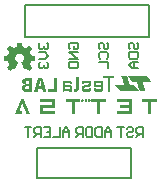
<source format=gbo>
G04*
G04 #@! TF.GenerationSoftware,Altium Limited,Altium Designer,21.2.0 (30)*
G04*
G04 Layer_Color=32896*
%FSLAX24Y24*%
%MOIN*%
G70*
G04*
G04 #@! TF.SameCoordinates,F2F7C35C-2EFF-4099-9E54-F5DBC4FB75ED*
G04*
G04*
G04 #@! TF.FilePolarity,Positive*
G04*
G01*
G75*
%ADD11C,0.0079*%
%ADD40C,0.0080*%
G36*
X29623Y21327D02*
X29632D01*
Y21325D01*
X29634D01*
Y21324D01*
X29635D01*
Y21322D01*
Y21320D01*
Y21318D01*
Y21317D01*
Y21315D01*
X29637D01*
Y21313D01*
Y21311D01*
Y21309D01*
Y21308D01*
Y21306D01*
X29639D01*
Y21304D01*
Y21302D01*
Y21300D01*
Y21299D01*
Y21297D01*
X29641D01*
Y21295D01*
Y21293D01*
Y21292D01*
Y21290D01*
Y21288D01*
X29643D01*
Y21286D01*
Y21284D01*
Y21283D01*
Y21281D01*
Y21279D01*
X29644D01*
Y21277D01*
Y21275D01*
Y21274D01*
Y21272D01*
Y21270D01*
X29646D01*
Y21268D01*
Y21267D01*
Y21265D01*
Y21263D01*
Y21261D01*
Y21259D01*
X29648D01*
Y21258D01*
Y21256D01*
Y21254D01*
Y21252D01*
Y21250D01*
X29650D01*
Y21249D01*
Y21247D01*
Y21245D01*
Y21243D01*
Y21241D01*
Y21240D01*
X29652D01*
Y21238D01*
Y21236D01*
Y21234D01*
Y21233D01*
Y21231D01*
X29653D01*
Y21229D01*
Y21227D01*
Y21225D01*
Y21224D01*
Y21222D01*
Y21220D01*
X29655D01*
Y21218D01*
Y21216D01*
Y21215D01*
Y21213D01*
Y21211D01*
Y21209D01*
X29657D01*
Y21208D01*
Y21206D01*
Y21204D01*
Y21202D01*
Y21200D01*
Y21199D01*
X29659D01*
Y21197D01*
Y21195D01*
Y21193D01*
Y21191D01*
Y21190D01*
X29660D01*
Y21188D01*
Y21186D01*
X29662D01*
Y21184D01*
X29664D01*
Y21183D01*
X29666D01*
Y21181D01*
X29669D01*
Y21179D01*
X29675D01*
Y21177D01*
X29678D01*
Y21175D01*
X29684D01*
Y21174D01*
X29687D01*
Y21172D01*
X29693D01*
Y21170D01*
X29696D01*
Y21168D01*
X29702D01*
Y21166D01*
X29705D01*
Y21165D01*
X29709D01*
Y21163D01*
X29714D01*
Y21161D01*
X29718D01*
Y21159D01*
X29723D01*
Y21157D01*
X29727D01*
Y21156D01*
X29732D01*
Y21154D01*
X29736D01*
Y21152D01*
X29741D01*
Y21150D01*
X29744D01*
Y21149D01*
X29750D01*
Y21147D01*
X29753D01*
Y21145D01*
X29764D01*
Y21147D01*
X29768D01*
Y21149D01*
X29771D01*
Y21150D01*
X29773D01*
Y21152D01*
X29777D01*
Y21154D01*
X29778D01*
Y21156D01*
X29780D01*
Y21157D01*
X29784D01*
Y21159D01*
X29786D01*
Y21161D01*
X29789D01*
Y21163D01*
X29791D01*
Y21165D01*
X29795D01*
Y21166D01*
X29796D01*
Y21168D01*
X29800D01*
Y21170D01*
X29802D01*
Y21172D01*
X29805D01*
Y21174D01*
X29807D01*
Y21175D01*
X29811D01*
Y21177D01*
X29812D01*
Y21179D01*
X29816D01*
Y21181D01*
X29818D01*
Y21183D01*
X29820D01*
Y21184D01*
X29823D01*
Y21186D01*
X29825D01*
Y21188D01*
X29828D01*
Y21190D01*
X29830D01*
Y21191D01*
X29834D01*
Y21193D01*
X29836D01*
Y21195D01*
X29839D01*
Y21197D01*
X29841D01*
Y21199D01*
X29845D01*
Y21200D01*
X29846D01*
Y21202D01*
X29848D01*
Y21204D01*
X29852D01*
Y21206D01*
X29853D01*
Y21208D01*
X29857D01*
Y21209D01*
X29859D01*
Y21211D01*
X29862D01*
Y21213D01*
X29864D01*
Y21215D01*
X29868D01*
Y21216D01*
X29870D01*
Y21218D01*
X29871D01*
Y21220D01*
X29875D01*
Y21222D01*
X29879D01*
Y21224D01*
X29882D01*
Y21222D01*
X29886D01*
Y21220D01*
X29887D01*
Y21218D01*
X29889D01*
Y21216D01*
X29891D01*
Y21215D01*
X29893D01*
Y21213D01*
X29895D01*
Y21211D01*
X29896D01*
Y21209D01*
X29898D01*
Y21208D01*
X29900D01*
Y21206D01*
X29902D01*
Y21204D01*
X29904D01*
Y21202D01*
X29905D01*
Y21200D01*
X29907D01*
Y21199D01*
X29909D01*
Y21197D01*
X29911D01*
Y21195D01*
X29912D01*
Y21193D01*
X29914D01*
Y21191D01*
X29916D01*
Y21190D01*
X29918D01*
Y21188D01*
X29920D01*
Y21186D01*
X29921D01*
Y21184D01*
X29923D01*
Y21183D01*
X29925D01*
Y21181D01*
X29927D01*
Y21179D01*
X29929D01*
Y21177D01*
X29930D01*
Y21175D01*
X29932D01*
Y21174D01*
X29934D01*
Y21172D01*
X29936D01*
Y21170D01*
X29937D01*
Y21168D01*
X29939D01*
Y21166D01*
X29941D01*
Y21165D01*
X29943D01*
Y21163D01*
X29945D01*
Y21161D01*
X29946D01*
Y21159D01*
X29948D01*
Y21157D01*
X29950D01*
Y21156D01*
X29952D01*
Y21154D01*
X29954D01*
Y21152D01*
X29955D01*
Y21150D01*
X29957D01*
Y21149D01*
X29959D01*
Y21147D01*
X29961D01*
Y21145D01*
X29963D01*
Y21143D01*
X29964D01*
Y21141D01*
X29966D01*
Y21140D01*
X29968D01*
Y21138D01*
X29970D01*
Y21136D01*
X29971D01*
Y21134D01*
X29973D01*
Y21132D01*
X29975D01*
Y21131D01*
X29977D01*
Y21129D01*
X29979D01*
Y21127D01*
X29980D01*
Y21125D01*
X29982D01*
Y21124D01*
Y21122D01*
Y21120D01*
X29980D01*
Y21118D01*
Y21116D01*
X29979D01*
Y21115D01*
Y21113D01*
X29977D01*
Y21111D01*
X29975D01*
Y21109D01*
X29973D01*
Y21107D01*
Y21106D01*
X29971D01*
Y21104D01*
X29970D01*
Y21102D01*
Y21100D01*
X29968D01*
Y21099D01*
X29966D01*
Y21097D01*
Y21095D01*
X29964D01*
Y21093D01*
X29963D01*
Y21091D01*
Y21090D01*
X29961D01*
Y21088D01*
X29959D01*
Y21086D01*
Y21084D01*
X29957D01*
Y21082D01*
X29955D01*
Y21081D01*
Y21079D01*
X29954D01*
Y21077D01*
X29952D01*
Y21075D01*
Y21073D01*
X29950D01*
Y21072D01*
X29948D01*
Y21070D01*
X29946D01*
Y21068D01*
Y21066D01*
X29945D01*
Y21065D01*
X29943D01*
Y21063D01*
Y21061D01*
X29941D01*
Y21059D01*
X29939D01*
Y21057D01*
Y21056D01*
X29937D01*
Y21054D01*
X29936D01*
Y21052D01*
Y21050D01*
X29934D01*
Y21048D01*
X29932D01*
Y21047D01*
Y21045D01*
X29930D01*
Y21043D01*
X29929D01*
Y21041D01*
Y21040D01*
X29927D01*
Y21038D01*
X29925D01*
Y21036D01*
Y21034D01*
X29923D01*
Y21032D01*
X29921D01*
Y21031D01*
X29920D01*
Y21029D01*
Y21027D01*
X29918D01*
Y21025D01*
X29916D01*
Y21023D01*
Y21022D01*
X29914D01*
Y21020D01*
X29912D01*
Y21018D01*
Y21016D01*
X29911D01*
Y21015D01*
X29909D01*
Y21013D01*
Y21011D01*
X29907D01*
Y21009D01*
X29905D01*
Y21007D01*
Y21006D01*
Y21004D01*
X29904D01*
Y21002D01*
Y21000D01*
X29905D01*
Y20998D01*
Y20997D01*
Y20995D01*
X29907D01*
Y20993D01*
Y20991D01*
X29909D01*
Y20989D01*
Y20988D01*
X29911D01*
Y20986D01*
Y20984D01*
Y20982D01*
X29912D01*
Y20981D01*
Y20979D01*
X29914D01*
Y20977D01*
Y20975D01*
X29916D01*
Y20973D01*
Y20972D01*
Y20970D01*
X29918D01*
Y20968D01*
Y20966D01*
X29920D01*
Y20964D01*
Y20963D01*
Y20961D01*
X29921D01*
Y20959D01*
Y20957D01*
X29923D01*
Y20956D01*
Y20954D01*
X29925D01*
Y20952D01*
Y20950D01*
X29927D01*
Y20948D01*
Y20947D01*
Y20945D01*
X29929D01*
Y20943D01*
Y20941D01*
X29930D01*
Y20939D01*
Y20938D01*
X29932D01*
Y20936D01*
Y20934D01*
Y20932D01*
X29934D01*
Y20931D01*
Y20929D01*
X29936D01*
Y20927D01*
Y20925D01*
X29937D01*
Y20923D01*
Y20922D01*
X29939D01*
Y20920D01*
Y20918D01*
Y20916D01*
X29941D01*
Y20914D01*
Y20913D01*
X29943D01*
Y20911D01*
Y20909D01*
X29945D01*
Y20907D01*
Y20906D01*
X29948D01*
Y20904D01*
X29950D01*
Y20902D01*
X29954D01*
Y20900D01*
X29959D01*
Y20898D01*
X29966D01*
Y20897D01*
X29975D01*
Y20895D01*
X29984D01*
Y20893D01*
X29995D01*
Y20891D01*
X30004D01*
Y20889D01*
X30013D01*
Y20888D01*
X30023D01*
Y20886D01*
X30034D01*
Y20884D01*
X30043D01*
Y20882D01*
X30052D01*
Y20880D01*
X30063D01*
Y20879D01*
X30075D01*
Y20877D01*
X30082D01*
Y20875D01*
X30084D01*
Y20873D01*
X30086D01*
Y20872D01*
Y20870D01*
Y20868D01*
X30088D01*
Y20866D01*
Y20864D01*
Y20863D01*
Y20861D01*
Y20859D01*
Y20857D01*
Y20855D01*
Y20854D01*
Y20852D01*
Y20850D01*
Y20848D01*
Y20847D01*
Y20845D01*
Y20843D01*
Y20841D01*
Y20839D01*
Y20838D01*
Y20836D01*
Y20834D01*
Y20832D01*
Y20830D01*
Y20829D01*
Y20827D01*
Y20825D01*
Y20823D01*
Y20822D01*
Y20820D01*
Y20818D01*
Y20816D01*
Y20814D01*
Y20813D01*
Y20811D01*
Y20809D01*
Y20807D01*
Y20805D01*
Y20804D01*
Y20802D01*
Y20800D01*
Y20798D01*
Y20796D01*
Y20795D01*
Y20793D01*
Y20791D01*
Y20789D01*
Y20788D01*
Y20786D01*
Y20784D01*
Y20782D01*
Y20780D01*
Y20779D01*
Y20777D01*
Y20775D01*
Y20773D01*
Y20771D01*
Y20770D01*
Y20768D01*
Y20766D01*
Y20764D01*
Y20763D01*
Y20761D01*
Y20759D01*
Y20757D01*
Y20755D01*
Y20754D01*
Y20752D01*
Y20750D01*
Y20748D01*
Y20746D01*
Y20745D01*
Y20743D01*
Y20741D01*
Y20739D01*
Y20738D01*
X30086D01*
Y20736D01*
Y20734D01*
X30084D01*
Y20732D01*
Y20730D01*
X30080D01*
Y20729D01*
X30072D01*
Y20727D01*
X30061D01*
Y20725D01*
X30052D01*
Y20723D01*
X30041D01*
Y20721D01*
X30030D01*
Y20720D01*
X30021D01*
Y20718D01*
X30011D01*
Y20716D01*
X30000D01*
Y20714D01*
X29991D01*
Y20713D01*
X29980D01*
Y20711D01*
X29970D01*
Y20709D01*
X29961D01*
Y20707D01*
X29955D01*
Y20705D01*
X29954D01*
Y20704D01*
X29952D01*
Y20702D01*
X29950D01*
Y20700D01*
X29948D01*
Y20698D01*
X29946D01*
Y20696D01*
Y20695D01*
Y20693D01*
X29945D01*
Y20691D01*
Y20689D01*
X29943D01*
Y20687D01*
Y20686D01*
Y20684D01*
X29941D01*
Y20682D01*
Y20680D01*
X29939D01*
Y20679D01*
Y20677D01*
X29937D01*
Y20675D01*
Y20673D01*
Y20671D01*
X29936D01*
Y20670D01*
Y20668D01*
X29934D01*
Y20666D01*
Y20664D01*
Y20662D01*
X29932D01*
Y20661D01*
Y20659D01*
X29930D01*
Y20657D01*
Y20655D01*
Y20654D01*
X29929D01*
Y20652D01*
Y20650D01*
X29927D01*
Y20648D01*
Y20646D01*
Y20645D01*
X29925D01*
Y20643D01*
Y20641D01*
X29923D01*
Y20639D01*
Y20637D01*
Y20636D01*
X29921D01*
Y20634D01*
Y20632D01*
X29920D01*
Y20630D01*
Y20629D01*
Y20627D01*
X29918D01*
Y20625D01*
Y20623D01*
X29916D01*
Y20621D01*
Y20620D01*
Y20618D01*
X29914D01*
Y20616D01*
Y20614D01*
X29912D01*
Y20612D01*
Y20611D01*
Y20609D01*
X29911D01*
Y20607D01*
Y20605D01*
X29909D01*
Y20603D01*
Y20602D01*
Y20600D01*
Y20598D01*
Y20596D01*
Y20595D01*
Y20593D01*
Y20591D01*
X29911D01*
Y20589D01*
X29912D01*
Y20587D01*
Y20586D01*
X29914D01*
Y20584D01*
X29916D01*
Y20582D01*
X29918D01*
Y20580D01*
Y20578D01*
X29920D01*
Y20577D01*
X29921D01*
Y20575D01*
Y20573D01*
X29923D01*
Y20571D01*
X29925D01*
Y20570D01*
Y20568D01*
X29927D01*
Y20566D01*
X29929D01*
Y20564D01*
Y20562D01*
X29930D01*
Y20561D01*
X29932D01*
Y20559D01*
X29934D01*
Y20557D01*
Y20555D01*
X29936D01*
Y20553D01*
Y20552D01*
X29937D01*
Y20550D01*
X29939D01*
Y20548D01*
X29941D01*
Y20546D01*
Y20545D01*
X29943D01*
Y20543D01*
X29945D01*
Y20541D01*
Y20539D01*
X29946D01*
Y20537D01*
X29948D01*
Y20536D01*
Y20534D01*
X29950D01*
Y20532D01*
X29952D01*
Y20530D01*
Y20528D01*
X29954D01*
Y20527D01*
X29955D01*
Y20525D01*
Y20523D01*
X29957D01*
Y20521D01*
X29959D01*
Y20520D01*
Y20518D01*
X29961D01*
Y20516D01*
X29963D01*
Y20514D01*
Y20512D01*
X29964D01*
Y20511D01*
X29966D01*
Y20509D01*
X29968D01*
Y20507D01*
Y20505D01*
X29970D01*
Y20503D01*
X29971D01*
Y20502D01*
Y20500D01*
X29973D01*
Y20498D01*
X29975D01*
Y20496D01*
Y20494D01*
X29977D01*
Y20493D01*
X29979D01*
Y20491D01*
Y20489D01*
X29980D01*
Y20487D01*
Y20486D01*
X29982D01*
Y20484D01*
Y20482D01*
X29980D01*
Y20480D01*
Y20478D01*
X29979D01*
Y20477D01*
X29977D01*
Y20475D01*
X29975D01*
Y20473D01*
X29973D01*
Y20471D01*
X29971D01*
Y20469D01*
X29970D01*
Y20468D01*
X29968D01*
Y20466D01*
X29966D01*
Y20464D01*
X29964D01*
Y20462D01*
X29963D01*
Y20461D01*
X29961D01*
Y20459D01*
X29959D01*
Y20457D01*
X29957D01*
Y20455D01*
X29955D01*
Y20453D01*
X29954D01*
Y20452D01*
X29952D01*
Y20450D01*
X29950D01*
Y20448D01*
X29948D01*
Y20446D01*
X29946D01*
Y20444D01*
X29945D01*
Y20443D01*
X29943D01*
Y20441D01*
X29941D01*
Y20439D01*
X29939D01*
Y20437D01*
X29937D01*
Y20436D01*
X29936D01*
Y20434D01*
X29934D01*
Y20432D01*
X29932D01*
Y20430D01*
X29930D01*
Y20428D01*
X29929D01*
Y20427D01*
X29927D01*
Y20425D01*
X29925D01*
Y20423D01*
X29923D01*
Y20421D01*
X29921D01*
Y20419D01*
X29920D01*
Y20418D01*
X29918D01*
Y20416D01*
X29916D01*
Y20414D01*
X29914D01*
Y20412D01*
X29912D01*
Y20410D01*
X29911D01*
Y20409D01*
X29909D01*
Y20407D01*
X29907D01*
Y20405D01*
X29905D01*
Y20403D01*
X29904D01*
Y20402D01*
X29902D01*
Y20400D01*
X29900D01*
Y20398D01*
X29898D01*
Y20396D01*
X29896D01*
Y20394D01*
X29895D01*
Y20393D01*
X29893D01*
Y20391D01*
X29891D01*
Y20389D01*
X29889D01*
Y20387D01*
X29887D01*
Y20385D01*
X29886D01*
Y20384D01*
X29877D01*
Y20385D01*
X29873D01*
Y20387D01*
X29871D01*
Y20389D01*
X29868D01*
Y20391D01*
X29866D01*
Y20393D01*
X29862D01*
Y20394D01*
X29861D01*
Y20396D01*
X29859D01*
Y20398D01*
X29855D01*
Y20400D01*
X29853D01*
Y20402D01*
X29850D01*
Y20403D01*
X29848D01*
Y20405D01*
X29845D01*
Y20407D01*
X29843D01*
Y20409D01*
X29839D01*
Y20410D01*
X29837D01*
Y20412D01*
X29834D01*
Y20414D01*
X29832D01*
Y20416D01*
X29830D01*
Y20418D01*
X29827D01*
Y20419D01*
X29825D01*
Y20421D01*
X29821D01*
Y20423D01*
X29820D01*
Y20425D01*
X29816D01*
Y20427D01*
X29814D01*
Y20428D01*
X29811D01*
Y20430D01*
X29809D01*
Y20432D01*
X29805D01*
Y20434D01*
X29803D01*
Y20436D01*
X29800D01*
Y20437D01*
X29798D01*
Y20439D01*
X29795D01*
Y20441D01*
X29793D01*
Y20443D01*
X29791D01*
Y20444D01*
X29787D01*
Y20446D01*
X29786D01*
Y20448D01*
X29782D01*
Y20450D01*
X29780D01*
Y20452D01*
X29777D01*
Y20453D01*
X29773D01*
Y20455D01*
X29764D01*
Y20453D01*
X29761D01*
Y20452D01*
X29757D01*
Y20450D01*
X29753D01*
Y20448D01*
X29752D01*
Y20446D01*
X29748D01*
Y20444D01*
X29744D01*
Y20443D01*
X29741D01*
Y20441D01*
X29737D01*
Y20439D01*
X29734D01*
Y20437D01*
X29730D01*
Y20436D01*
X29727D01*
Y20434D01*
X29723D01*
Y20432D01*
X29719D01*
Y20430D01*
X29714D01*
Y20432D01*
X29712D01*
Y20434D01*
X29711D01*
Y20436D01*
Y20437D01*
Y20439D01*
X29709D01*
Y20441D01*
Y20443D01*
X29707D01*
Y20444D01*
Y20446D01*
Y20448D01*
X29705D01*
Y20450D01*
Y20452D01*
X29703D01*
Y20453D01*
Y20455D01*
X29702D01*
Y20457D01*
Y20459D01*
Y20461D01*
X29700D01*
Y20462D01*
Y20464D01*
X29698D01*
Y20466D01*
Y20468D01*
Y20469D01*
X29696D01*
Y20471D01*
Y20473D01*
X29694D01*
Y20475D01*
Y20477D01*
Y20478D01*
X29693D01*
Y20480D01*
Y20482D01*
X29691D01*
Y20484D01*
Y20486D01*
X29689D01*
Y20487D01*
Y20489D01*
Y20491D01*
X29687D01*
Y20493D01*
Y20494D01*
X29686D01*
Y20496D01*
Y20498D01*
X29684D01*
Y20500D01*
Y20502D01*
Y20503D01*
X29682D01*
Y20505D01*
Y20507D01*
Y20509D01*
X29680D01*
Y20511D01*
Y20512D01*
X29678D01*
Y20514D01*
Y20516D01*
X29677D01*
Y20518D01*
Y20520D01*
Y20521D01*
X29675D01*
Y20523D01*
Y20525D01*
X29673D01*
Y20527D01*
Y20528D01*
Y20530D01*
X29671D01*
Y20532D01*
Y20534D01*
X29669D01*
Y20536D01*
Y20537D01*
X29668D01*
Y20539D01*
Y20541D01*
Y20543D01*
X29666D01*
Y20545D01*
Y20546D01*
X29664D01*
Y20548D01*
Y20550D01*
Y20552D01*
X29662D01*
Y20553D01*
Y20555D01*
X29660D01*
Y20557D01*
Y20559D01*
Y20561D01*
X29659D01*
Y20562D01*
Y20564D01*
X29657D01*
Y20566D01*
Y20568D01*
X29655D01*
Y20570D01*
Y20571D01*
Y20573D01*
X29653D01*
Y20575D01*
Y20577D01*
X29652D01*
Y20578D01*
Y20580D01*
Y20582D01*
X29650D01*
Y20584D01*
Y20586D01*
X29648D01*
Y20587D01*
Y20589D01*
Y20591D01*
X29646D01*
Y20593D01*
Y20595D01*
X29644D01*
Y20596D01*
Y20598D01*
X29643D01*
Y20600D01*
Y20602D01*
Y20603D01*
X29641D01*
Y20605D01*
Y20607D01*
X29639D01*
Y20609D01*
Y20611D01*
Y20612D01*
X29637D01*
Y20614D01*
Y20616D01*
X29635D01*
Y20618D01*
Y20620D01*
X29634D01*
Y20621D01*
Y20623D01*
Y20625D01*
X29632D01*
Y20627D01*
Y20629D01*
X29630D01*
Y20630D01*
Y20632D01*
X29628D01*
Y20634D01*
Y20636D01*
Y20637D01*
X29627D01*
Y20639D01*
Y20641D01*
X29625D01*
Y20643D01*
Y20645D01*
Y20646D01*
X29623D01*
Y20648D01*
Y20650D01*
X29621D01*
Y20652D01*
Y20654D01*
X29619D01*
Y20655D01*
Y20657D01*
Y20659D01*
Y20661D01*
Y20662D01*
Y20664D01*
X29621D01*
Y20666D01*
X29623D01*
Y20668D01*
X29625D01*
Y20670D01*
X29627D01*
Y20671D01*
X29630D01*
Y20673D01*
X29632D01*
Y20675D01*
X29635D01*
Y20677D01*
X29637D01*
Y20679D01*
X29639D01*
Y20680D01*
X29643D01*
Y20682D01*
X29644D01*
Y20684D01*
X29646D01*
Y20686D01*
X29650D01*
Y20687D01*
X29652D01*
Y20689D01*
X29653D01*
Y20691D01*
X29657D01*
Y20693D01*
X29659D01*
Y20695D01*
X29660D01*
Y20696D01*
X29662D01*
Y20698D01*
X29664D01*
Y20700D01*
X29666D01*
Y20702D01*
X29668D01*
Y20704D01*
X29669D01*
Y20705D01*
X29671D01*
Y20707D01*
X29673D01*
Y20709D01*
X29675D01*
Y20711D01*
X29677D01*
Y20713D01*
Y20714D01*
X29678D01*
Y20716D01*
X29680D01*
Y20718D01*
X29682D01*
Y20720D01*
Y20721D01*
X29684D01*
Y20723D01*
X29686D01*
Y20725D01*
Y20727D01*
X29687D01*
Y20729D01*
X29689D01*
Y20730D01*
Y20732D01*
X29691D01*
Y20734D01*
Y20736D01*
X29693D01*
Y20738D01*
Y20739D01*
X29694D01*
Y20741D01*
Y20743D01*
X29696D01*
Y20745D01*
Y20746D01*
X29698D01*
Y20748D01*
Y20750D01*
Y20752D01*
X29700D01*
Y20754D01*
Y20755D01*
Y20757D01*
X29702D01*
Y20759D01*
Y20761D01*
Y20763D01*
X29703D01*
Y20764D01*
Y20766D01*
Y20768D01*
X29705D01*
Y20770D01*
Y20771D01*
Y20773D01*
Y20775D01*
Y20777D01*
Y20779D01*
X29707D01*
Y20780D01*
Y20782D01*
Y20784D01*
Y20786D01*
Y20788D01*
Y20789D01*
Y20791D01*
Y20793D01*
Y20795D01*
Y20796D01*
X29709D01*
Y20798D01*
Y20800D01*
Y20802D01*
Y20804D01*
Y20805D01*
Y20807D01*
Y20809D01*
Y20811D01*
X29707D01*
Y20813D01*
Y20814D01*
Y20816D01*
Y20818D01*
Y20820D01*
Y20822D01*
Y20823D01*
Y20825D01*
Y20827D01*
Y20829D01*
X29705D01*
Y20830D01*
Y20832D01*
Y20834D01*
Y20836D01*
Y20838D01*
X29703D01*
Y20839D01*
Y20841D01*
Y20843D01*
X29702D01*
Y20845D01*
Y20847D01*
Y20848D01*
Y20850D01*
X29700D01*
Y20852D01*
Y20854D01*
X29698D01*
Y20855D01*
Y20857D01*
Y20859D01*
X29696D01*
Y20861D01*
Y20863D01*
X29694D01*
Y20864D01*
Y20866D01*
X29693D01*
Y20868D01*
Y20870D01*
X29691D01*
Y20872D01*
Y20873D01*
X29689D01*
Y20875D01*
X29687D01*
Y20877D01*
Y20879D01*
X29686D01*
Y20880D01*
Y20882D01*
X29684D01*
Y20884D01*
X29682D01*
Y20886D01*
X29680D01*
Y20888D01*
Y20889D01*
X29678D01*
Y20891D01*
X29677D01*
Y20893D01*
X29675D01*
Y20895D01*
X29673D01*
Y20897D01*
Y20898D01*
X29671D01*
Y20900D01*
X29669D01*
Y20902D01*
X29668D01*
Y20904D01*
X29666D01*
Y20906D01*
X29664D01*
Y20907D01*
X29662D01*
Y20909D01*
X29660D01*
Y20911D01*
X29659D01*
Y20913D01*
X29657D01*
Y20914D01*
X29653D01*
Y20916D01*
X29652D01*
Y20918D01*
X29650D01*
Y20920D01*
X29648D01*
Y20922D01*
X29644D01*
Y20923D01*
X29643D01*
Y20925D01*
X29639D01*
Y20927D01*
X29637D01*
Y20929D01*
X29634D01*
Y20931D01*
X29632D01*
Y20932D01*
X29628D01*
Y20934D01*
X29625D01*
Y20936D01*
X29621D01*
Y20938D01*
X29616D01*
Y20939D01*
X29612D01*
Y20941D01*
X29607D01*
Y20943D01*
X29602D01*
Y20945D01*
X29594D01*
Y20947D01*
X29584D01*
Y20948D01*
X29541D01*
Y20947D01*
X29532D01*
Y20945D01*
X29523D01*
Y20943D01*
X29518D01*
Y20941D01*
X29512D01*
Y20939D01*
X29509D01*
Y20938D01*
X29503D01*
Y20936D01*
X29500D01*
Y20934D01*
X29496D01*
Y20932D01*
X29493D01*
Y20931D01*
X29489D01*
Y20929D01*
X29487D01*
Y20927D01*
X29484D01*
Y20925D01*
X29480D01*
Y20923D01*
X29478D01*
Y20922D01*
X29476D01*
Y20920D01*
X29473D01*
Y20918D01*
X29471D01*
Y20916D01*
X29469D01*
Y20914D01*
X29467D01*
Y20913D01*
X29464D01*
Y20911D01*
X29462D01*
Y20909D01*
X29460D01*
Y20907D01*
X29459D01*
Y20906D01*
X29457D01*
Y20904D01*
X29455D01*
Y20902D01*
X29453D01*
Y20900D01*
Y20898D01*
X29450D01*
Y20897D01*
Y20895D01*
X29448D01*
Y20893D01*
X29446D01*
Y20891D01*
X29444D01*
Y20889D01*
Y20888D01*
X29442D01*
Y20886D01*
X29441D01*
Y20884D01*
X29439D01*
Y20882D01*
Y20880D01*
X29437D01*
Y20879D01*
Y20877D01*
X29435D01*
Y20875D01*
X29434D01*
Y20873D01*
Y20872D01*
X29432D01*
Y20870D01*
Y20868D01*
X29430D01*
Y20866D01*
Y20864D01*
X29428D01*
Y20863D01*
Y20861D01*
X29426D01*
Y20859D01*
Y20857D01*
X29425D01*
Y20855D01*
Y20854D01*
Y20852D01*
X29423D01*
Y20850D01*
Y20848D01*
Y20847D01*
X29421D01*
Y20845D01*
Y20843D01*
Y20841D01*
X29419D01*
Y20839D01*
Y20838D01*
Y20836D01*
Y20834D01*
X29417D01*
Y20832D01*
Y20830D01*
Y20829D01*
Y20827D01*
Y20825D01*
Y20823D01*
X29416D01*
Y20822D01*
Y20820D01*
Y20818D01*
Y20816D01*
Y20814D01*
Y20813D01*
Y20811D01*
Y20809D01*
Y20807D01*
Y20805D01*
Y20804D01*
Y20802D01*
Y20800D01*
Y20798D01*
Y20796D01*
Y20795D01*
Y20793D01*
Y20791D01*
Y20789D01*
Y20788D01*
Y20786D01*
Y20784D01*
Y20782D01*
Y20780D01*
X29417D01*
Y20779D01*
Y20777D01*
Y20775D01*
Y20773D01*
Y20771D01*
Y20770D01*
X29419D01*
Y20768D01*
Y20766D01*
Y20764D01*
Y20763D01*
X29421D01*
Y20761D01*
Y20759D01*
Y20757D01*
X29423D01*
Y20755D01*
Y20754D01*
X29425D01*
Y20752D01*
Y20750D01*
Y20748D01*
X29426D01*
Y20746D01*
Y20745D01*
X29428D01*
Y20743D01*
Y20741D01*
X29430D01*
Y20739D01*
Y20738D01*
X29432D01*
Y20736D01*
Y20734D01*
X29434D01*
Y20732D01*
Y20730D01*
X29435D01*
Y20729D01*
X29437D01*
Y20727D01*
Y20725D01*
X29439D01*
Y20723D01*
Y20721D01*
X29441D01*
Y20720D01*
X29442D01*
Y20718D01*
X29444D01*
Y20716D01*
Y20714D01*
X29446D01*
Y20713D01*
X29448D01*
Y20711D01*
X29450D01*
Y20709D01*
Y20707D01*
X29451D01*
Y20705D01*
X29453D01*
Y20704D01*
X29455D01*
Y20702D01*
X29457D01*
Y20700D01*
X29459D01*
Y20698D01*
X29460D01*
Y20696D01*
X29462D01*
Y20695D01*
X29464D01*
Y20693D01*
X29466D01*
Y20691D01*
X29467D01*
Y20689D01*
X29471D01*
Y20687D01*
X29473D01*
Y20686D01*
X29475D01*
Y20684D01*
X29476D01*
Y20682D01*
X29480D01*
Y20680D01*
X29482D01*
Y20679D01*
X29485D01*
Y20677D01*
X29487D01*
Y20675D01*
X29491D01*
Y20673D01*
X29493D01*
Y20671D01*
X29496D01*
Y20670D01*
X29500D01*
Y20668D01*
X29501D01*
Y20666D01*
X29503D01*
Y20664D01*
Y20662D01*
Y20661D01*
X29505D01*
Y20659D01*
X29503D01*
Y20657D01*
Y20655D01*
Y20654D01*
X29501D01*
Y20652D01*
Y20650D01*
X29500D01*
Y20648D01*
Y20646D01*
Y20645D01*
X29498D01*
Y20643D01*
Y20641D01*
X29496D01*
Y20639D01*
Y20637D01*
X29494D01*
Y20636D01*
Y20634D01*
Y20632D01*
X29493D01*
Y20630D01*
Y20629D01*
X29491D01*
Y20627D01*
Y20625D01*
Y20623D01*
X29489D01*
Y20621D01*
Y20620D01*
X29487D01*
Y20618D01*
Y20616D01*
Y20614D01*
X29485D01*
Y20612D01*
Y20611D01*
X29484D01*
Y20609D01*
Y20607D01*
X29482D01*
Y20605D01*
Y20603D01*
Y20602D01*
X29480D01*
Y20600D01*
Y20598D01*
X29478D01*
Y20596D01*
Y20595D01*
Y20593D01*
X29476D01*
Y20591D01*
Y20589D01*
X29475D01*
Y20587D01*
Y20586D01*
Y20584D01*
X29473D01*
Y20582D01*
Y20580D01*
X29471D01*
Y20578D01*
Y20577D01*
X29469D01*
Y20575D01*
Y20573D01*
Y20571D01*
X29467D01*
Y20570D01*
Y20568D01*
X29466D01*
Y20566D01*
Y20564D01*
Y20562D01*
X29464D01*
Y20561D01*
Y20559D01*
X29462D01*
Y20557D01*
Y20555D01*
X29460D01*
Y20553D01*
Y20552D01*
Y20550D01*
X29459D01*
Y20548D01*
Y20546D01*
X29457D01*
Y20545D01*
Y20543D01*
Y20541D01*
X29455D01*
Y20539D01*
Y20537D01*
X29453D01*
Y20536D01*
Y20534D01*
X29451D01*
Y20532D01*
Y20530D01*
Y20528D01*
X29450D01*
Y20527D01*
Y20525D01*
X29448D01*
Y20523D01*
Y20521D01*
Y20520D01*
X29446D01*
Y20518D01*
Y20516D01*
X29444D01*
Y20514D01*
Y20512D01*
Y20511D01*
X29442D01*
Y20509D01*
Y20507D01*
X29441D01*
Y20505D01*
Y20503D01*
X29439D01*
Y20502D01*
Y20500D01*
Y20498D01*
X29437D01*
Y20496D01*
Y20494D01*
X29435D01*
Y20493D01*
Y20491D01*
Y20489D01*
X29434D01*
Y20487D01*
Y20486D01*
X29432D01*
Y20484D01*
Y20482D01*
Y20480D01*
X29430D01*
Y20478D01*
Y20477D01*
X29428D01*
Y20475D01*
Y20473D01*
X29426D01*
Y20471D01*
Y20469D01*
Y20468D01*
X29425D01*
Y20466D01*
Y20464D01*
X29423D01*
Y20462D01*
Y20461D01*
Y20459D01*
X29421D01*
Y20457D01*
Y20455D01*
X29419D01*
Y20453D01*
Y20452D01*
X29417D01*
Y20450D01*
Y20448D01*
Y20446D01*
X29416D01*
Y20444D01*
Y20443D01*
X29414D01*
Y20441D01*
Y20439D01*
X29412D01*
Y20437D01*
Y20436D01*
X29410D01*
Y20434D01*
Y20432D01*
X29407D01*
Y20430D01*
X29401D01*
Y20432D01*
X29398D01*
Y20434D01*
X29394D01*
Y20436D01*
X29392D01*
Y20437D01*
X29389D01*
Y20439D01*
X29385D01*
Y20441D01*
X29382D01*
Y20443D01*
X29380D01*
Y20444D01*
X29376D01*
Y20446D01*
X29373D01*
Y20448D01*
X29369D01*
Y20450D01*
X29366D01*
Y20452D01*
X29362D01*
Y20453D01*
X29357D01*
Y20455D01*
X29351D01*
Y20453D01*
X29346D01*
Y20452D01*
X29342D01*
Y20450D01*
X29341D01*
Y20448D01*
X29337D01*
Y20446D01*
X29335D01*
Y20444D01*
X29333D01*
Y20443D01*
X29330D01*
Y20441D01*
X29328D01*
Y20439D01*
X29325D01*
Y20437D01*
X29323D01*
Y20436D01*
X29319D01*
Y20434D01*
X29317D01*
Y20432D01*
X29314D01*
Y20430D01*
X29312D01*
Y20428D01*
X29308D01*
Y20427D01*
X29307D01*
Y20425D01*
X29303D01*
Y20423D01*
X29301D01*
Y20421D01*
X29300D01*
Y20419D01*
X29296D01*
Y20418D01*
X29294D01*
Y20416D01*
X29291D01*
Y20414D01*
X29289D01*
Y20412D01*
X29285D01*
Y20410D01*
X29283D01*
Y20409D01*
X29280D01*
Y20407D01*
X29278D01*
Y20405D01*
X29276D01*
Y20403D01*
X29273D01*
Y20402D01*
X29271D01*
Y20400D01*
X29267D01*
Y20398D01*
X29266D01*
Y20396D01*
X29262D01*
Y20394D01*
X29260D01*
Y20393D01*
X29257D01*
Y20391D01*
X29255D01*
Y20389D01*
X29251D01*
Y20387D01*
X29249D01*
Y20385D01*
X29248D01*
Y20384D01*
X29244D01*
Y20382D01*
X29241D01*
Y20384D01*
X29237D01*
Y20385D01*
X29235D01*
Y20387D01*
X29233D01*
Y20389D01*
X29232D01*
Y20391D01*
X29230D01*
Y20393D01*
X29228D01*
Y20394D01*
X29226D01*
Y20396D01*
X29224D01*
Y20398D01*
X29223D01*
Y20400D01*
X29221D01*
Y20402D01*
X29219D01*
Y20403D01*
X29217D01*
Y20405D01*
X29216D01*
Y20407D01*
X29214D01*
Y20409D01*
X29212D01*
Y20410D01*
X29210D01*
Y20412D01*
X29208D01*
Y20414D01*
X29207D01*
Y20416D01*
X29205D01*
Y20418D01*
X29203D01*
Y20419D01*
X29201D01*
Y20421D01*
X29199D01*
Y20423D01*
X29198D01*
Y20425D01*
X29196D01*
Y20427D01*
X29194D01*
Y20428D01*
X29192D01*
Y20430D01*
X29190D01*
Y20432D01*
X29189D01*
Y20434D01*
X29187D01*
Y20436D01*
X29185D01*
Y20437D01*
X29183D01*
Y20439D01*
X29182D01*
Y20441D01*
X29180D01*
Y20443D01*
X29178D01*
Y20444D01*
X29176D01*
Y20446D01*
X29174D01*
Y20448D01*
X29173D01*
Y20450D01*
X29171D01*
Y20452D01*
X29169D01*
Y20453D01*
X29167D01*
Y20455D01*
X29165D01*
Y20457D01*
X29164D01*
Y20459D01*
X29162D01*
Y20461D01*
X29160D01*
Y20462D01*
X29158D01*
Y20464D01*
X29157D01*
Y20466D01*
X29155D01*
Y20468D01*
X29153D01*
Y20469D01*
X29151D01*
Y20471D01*
X29149D01*
Y20473D01*
X29148D01*
Y20475D01*
X29146D01*
Y20477D01*
X29144D01*
Y20478D01*
X29142D01*
Y20480D01*
Y20482D01*
X29140D01*
Y20484D01*
Y20486D01*
X29142D01*
Y20487D01*
Y20489D01*
Y20491D01*
X29144D01*
Y20493D01*
X29146D01*
Y20494D01*
Y20496D01*
X29148D01*
Y20498D01*
X29149D01*
Y20500D01*
Y20502D01*
X29151D01*
Y20503D01*
X29153D01*
Y20505D01*
X29155D01*
Y20507D01*
Y20509D01*
X29157D01*
Y20511D01*
X29158D01*
Y20512D01*
Y20514D01*
X29160D01*
Y20516D01*
X29162D01*
Y20518D01*
Y20520D01*
X29164D01*
Y20521D01*
X29165D01*
Y20523D01*
X29167D01*
Y20525D01*
Y20527D01*
X29169D01*
Y20528D01*
X29171D01*
Y20530D01*
Y20532D01*
X29173D01*
Y20534D01*
X29174D01*
Y20536D01*
Y20537D01*
X29176D01*
Y20539D01*
X29178D01*
Y20541D01*
Y20543D01*
X29180D01*
Y20545D01*
X29182D01*
Y20546D01*
Y20548D01*
X29183D01*
Y20550D01*
X29185D01*
Y20552D01*
Y20553D01*
X29187D01*
Y20555D01*
X29189D01*
Y20557D01*
X29190D01*
Y20559D01*
Y20561D01*
X29192D01*
Y20562D01*
X29194D01*
Y20564D01*
Y20566D01*
X29196D01*
Y20568D01*
X29198D01*
Y20570D01*
Y20571D01*
X29199D01*
Y20573D01*
X29201D01*
Y20575D01*
X29203D01*
Y20577D01*
Y20578D01*
X29205D01*
Y20580D01*
X29207D01*
Y20582D01*
Y20584D01*
X29208D01*
Y20586D01*
X29210D01*
Y20587D01*
X29212D01*
Y20589D01*
Y20591D01*
Y20593D01*
X29214D01*
Y20595D01*
Y20596D01*
Y20598D01*
Y20600D01*
Y20602D01*
Y20603D01*
Y20605D01*
X29212D01*
Y20607D01*
Y20609D01*
X29210D01*
Y20611D01*
Y20612D01*
Y20614D01*
X29208D01*
Y20616D01*
Y20618D01*
X29207D01*
Y20620D01*
Y20621D01*
Y20623D01*
X29205D01*
Y20625D01*
Y20627D01*
Y20629D01*
X29203D01*
Y20630D01*
Y20632D01*
X29201D01*
Y20634D01*
Y20636D01*
Y20637D01*
X29199D01*
Y20639D01*
Y20641D01*
X29198D01*
Y20643D01*
Y20645D01*
Y20646D01*
X29196D01*
Y20648D01*
Y20650D01*
X29194D01*
Y20652D01*
Y20654D01*
Y20655D01*
X29192D01*
Y20657D01*
Y20659D01*
X29190D01*
Y20661D01*
Y20662D01*
Y20664D01*
X29189D01*
Y20666D01*
Y20668D01*
X29187D01*
Y20670D01*
Y20671D01*
Y20673D01*
X29185D01*
Y20675D01*
Y20677D01*
X29183D01*
Y20679D01*
Y20680D01*
Y20682D01*
X29182D01*
Y20684D01*
Y20686D01*
X29180D01*
Y20687D01*
Y20689D01*
Y20691D01*
X29178D01*
Y20693D01*
Y20695D01*
Y20696D01*
X29176D01*
Y20698D01*
Y20700D01*
X29174D01*
Y20702D01*
X29173D01*
Y20704D01*
X29171D01*
Y20705D01*
X29167D01*
Y20707D01*
X29162D01*
Y20709D01*
X29151D01*
Y20711D01*
X29142D01*
Y20713D01*
X29132D01*
Y20714D01*
X29123D01*
Y20716D01*
X29112D01*
Y20718D01*
X29103D01*
Y20720D01*
X29094D01*
Y20721D01*
X29083D01*
Y20723D01*
X29073D01*
Y20725D01*
X29064D01*
Y20727D01*
X29053D01*
Y20729D01*
X29042D01*
Y20730D01*
X29039D01*
Y20732D01*
X29037D01*
Y20734D01*
Y20736D01*
Y20738D01*
X29035D01*
Y20739D01*
Y20741D01*
Y20743D01*
Y20745D01*
Y20746D01*
Y20748D01*
Y20750D01*
Y20752D01*
Y20754D01*
Y20755D01*
Y20757D01*
Y20759D01*
Y20761D01*
Y20763D01*
Y20764D01*
Y20766D01*
Y20768D01*
Y20770D01*
Y20771D01*
Y20773D01*
Y20775D01*
Y20777D01*
Y20779D01*
Y20780D01*
Y20782D01*
Y20784D01*
Y20786D01*
Y20788D01*
Y20789D01*
Y20791D01*
Y20793D01*
Y20795D01*
Y20796D01*
Y20798D01*
Y20800D01*
Y20802D01*
Y20804D01*
Y20805D01*
Y20807D01*
Y20809D01*
Y20811D01*
Y20813D01*
Y20814D01*
Y20816D01*
Y20818D01*
Y20820D01*
Y20822D01*
Y20823D01*
Y20825D01*
Y20827D01*
Y20829D01*
Y20830D01*
Y20832D01*
Y20834D01*
Y20836D01*
Y20838D01*
Y20839D01*
Y20841D01*
Y20843D01*
Y20845D01*
Y20847D01*
Y20848D01*
Y20850D01*
Y20852D01*
Y20854D01*
Y20855D01*
Y20857D01*
Y20859D01*
Y20861D01*
Y20863D01*
Y20864D01*
Y20866D01*
X29037D01*
Y20868D01*
Y20870D01*
Y20872D01*
Y20873D01*
X29039D01*
Y20875D01*
X29040D01*
Y20877D01*
X29046D01*
Y20879D01*
X29056D01*
Y20880D01*
X29067D01*
Y20882D01*
X29076D01*
Y20884D01*
X29087D01*
Y20886D01*
X29096D01*
Y20888D01*
X29105D01*
Y20889D01*
X29115D01*
Y20891D01*
X29124D01*
Y20893D01*
X29135D01*
Y20895D01*
X29144D01*
Y20897D01*
X29153D01*
Y20898D01*
X29162D01*
Y20900D01*
X29169D01*
Y20902D01*
X29173D01*
Y20904D01*
X29174D01*
Y20906D01*
X29178D01*
Y20907D01*
Y20909D01*
X29180D01*
Y20911D01*
Y20913D01*
X29182D01*
Y20914D01*
Y20916D01*
X29183D01*
Y20918D01*
Y20920D01*
Y20922D01*
X29185D01*
Y20923D01*
Y20925D01*
X29187D01*
Y20927D01*
Y20929D01*
X29189D01*
Y20931D01*
Y20932D01*
X29190D01*
Y20934D01*
Y20936D01*
Y20938D01*
X29192D01*
Y20939D01*
Y20941D01*
X29194D01*
Y20943D01*
Y20945D01*
X29196D01*
Y20947D01*
Y20948D01*
Y20950D01*
X29198D01*
Y20952D01*
Y20954D01*
X29199D01*
Y20956D01*
Y20957D01*
X29201D01*
Y20959D01*
Y20961D01*
Y20963D01*
X29203D01*
Y20964D01*
Y20966D01*
X29205D01*
Y20968D01*
Y20970D01*
X29207D01*
Y20972D01*
Y20973D01*
X29208D01*
Y20975D01*
Y20977D01*
Y20979D01*
X29210D01*
Y20981D01*
Y20982D01*
X29212D01*
Y20984D01*
Y20986D01*
Y20988D01*
X29214D01*
Y20989D01*
Y20991D01*
Y20993D01*
X29216D01*
Y20995D01*
X29217D01*
Y20997D01*
Y20998D01*
X29219D01*
Y21000D01*
Y21002D01*
Y21004D01*
Y21006D01*
X29217D01*
Y21007D01*
Y21009D01*
X29216D01*
Y21011D01*
Y21013D01*
X29214D01*
Y21015D01*
X29212D01*
Y21016D01*
Y21018D01*
X29210D01*
Y21020D01*
X29208D01*
Y21022D01*
Y21023D01*
X29207D01*
Y21025D01*
X29205D01*
Y21027D01*
Y21029D01*
X29203D01*
Y21031D01*
X29201D01*
Y21032D01*
X29199D01*
Y21034D01*
Y21036D01*
X29198D01*
Y21038D01*
X29196D01*
Y21040D01*
Y21041D01*
X29194D01*
Y21043D01*
X29192D01*
Y21045D01*
Y21047D01*
X29190D01*
Y21048D01*
X29189D01*
Y21050D01*
Y21052D01*
X29187D01*
Y21054D01*
X29185D01*
Y21056D01*
Y21057D01*
X29183D01*
Y21059D01*
X29182D01*
Y21061D01*
Y21063D01*
X29180D01*
Y21065D01*
X29178D01*
Y21066D01*
X29176D01*
Y21068D01*
Y21070D01*
X29174D01*
Y21072D01*
X29173D01*
Y21073D01*
Y21075D01*
X29171D01*
Y21077D01*
X29169D01*
Y21079D01*
Y21081D01*
X29167D01*
Y21082D01*
X29165D01*
Y21084D01*
Y21086D01*
X29164D01*
Y21088D01*
X29162D01*
Y21090D01*
Y21091D01*
X29160D01*
Y21093D01*
X29158D01*
Y21095D01*
Y21097D01*
X29157D01*
Y21099D01*
X29155D01*
Y21100D01*
X29153D01*
Y21102D01*
Y21104D01*
X29151D01*
Y21106D01*
X29149D01*
Y21107D01*
Y21109D01*
X29148D01*
Y21111D01*
X29146D01*
Y21113D01*
Y21115D01*
X29144D01*
Y21116D01*
X29142D01*
Y21118D01*
Y21120D01*
Y21122D01*
Y21124D01*
Y21125D01*
Y21127D01*
X29144D01*
Y21129D01*
X29146D01*
Y21131D01*
X29148D01*
Y21132D01*
X29149D01*
Y21134D01*
X29151D01*
Y21136D01*
X29153D01*
Y21138D01*
X29155D01*
Y21140D01*
X29157D01*
Y21141D01*
X29158D01*
Y21143D01*
X29160D01*
Y21145D01*
X29162D01*
Y21147D01*
X29164D01*
Y21149D01*
X29165D01*
Y21150D01*
X29167D01*
Y21152D01*
X29169D01*
Y21154D01*
X29171D01*
Y21156D01*
X29173D01*
Y21157D01*
X29174D01*
Y21159D01*
X29176D01*
Y21161D01*
X29178D01*
Y21163D01*
X29180D01*
Y21165D01*
X29182D01*
Y21166D01*
X29183D01*
Y21168D01*
X29185D01*
Y21170D01*
X29187D01*
Y21172D01*
X29189D01*
Y21174D01*
X29190D01*
Y21175D01*
X29192D01*
Y21177D01*
X29194D01*
Y21179D01*
X29196D01*
Y21181D01*
X29198D01*
Y21183D01*
X29199D01*
Y21184D01*
X29201D01*
Y21186D01*
X29203D01*
Y21188D01*
X29205D01*
Y21190D01*
X29207D01*
Y21191D01*
X29208D01*
Y21193D01*
X29210D01*
Y21195D01*
X29212D01*
Y21197D01*
X29214D01*
Y21199D01*
X29216D01*
Y21200D01*
X29217D01*
Y21202D01*
X29219D01*
Y21204D01*
X29221D01*
Y21206D01*
X29223D01*
Y21208D01*
X29224D01*
Y21209D01*
X29226D01*
Y21211D01*
X29228D01*
Y21213D01*
X29230D01*
Y21215D01*
X29232D01*
Y21216D01*
X29233D01*
Y21218D01*
X29235D01*
Y21220D01*
X29237D01*
Y21222D01*
X29239D01*
Y21224D01*
X29244D01*
Y21222D01*
X29248D01*
Y21220D01*
X29249D01*
Y21218D01*
X29253D01*
Y21216D01*
X29255D01*
Y21215D01*
X29258D01*
Y21213D01*
X29260D01*
Y21211D01*
X29264D01*
Y21209D01*
X29266D01*
Y21208D01*
X29269D01*
Y21206D01*
X29271D01*
Y21204D01*
X29274D01*
Y21202D01*
X29276D01*
Y21200D01*
X29280D01*
Y21199D01*
X29282D01*
Y21197D01*
X29283D01*
Y21195D01*
X29287D01*
Y21193D01*
X29289D01*
Y21191D01*
X29292D01*
Y21190D01*
X29294D01*
Y21188D01*
X29298D01*
Y21186D01*
X29300D01*
Y21184D01*
X29303D01*
Y21183D01*
X29305D01*
Y21181D01*
X29308D01*
Y21179D01*
X29310D01*
Y21177D01*
X29314D01*
Y21175D01*
X29316D01*
Y21174D01*
X29317D01*
Y21172D01*
X29321D01*
Y21170D01*
X29323D01*
Y21168D01*
X29326D01*
Y21166D01*
X29328D01*
Y21165D01*
X29332D01*
Y21163D01*
X29333D01*
Y21161D01*
X29337D01*
Y21159D01*
X29339D01*
Y21157D01*
X29342D01*
Y21156D01*
X29344D01*
Y21154D01*
X29348D01*
Y21152D01*
X29350D01*
Y21150D01*
X29353D01*
Y21149D01*
X29355D01*
Y21147D01*
X29358D01*
Y21145D01*
X29371D01*
Y21147D01*
X29375D01*
Y21149D01*
X29380D01*
Y21150D01*
X29383D01*
Y21152D01*
X29387D01*
Y21154D01*
X29391D01*
Y21156D01*
X29396D01*
Y21157D01*
X29400D01*
Y21159D01*
X29403D01*
Y21161D01*
X29409D01*
Y21163D01*
X29412D01*
Y21165D01*
X29417D01*
Y21166D01*
X29421D01*
Y21168D01*
X29426D01*
Y21170D01*
X29430D01*
Y21172D01*
X29435D01*
Y21174D01*
X29441D01*
Y21175D01*
X29446D01*
Y21177D01*
X29450D01*
Y21179D01*
X29453D01*
Y21181D01*
X29455D01*
Y21183D01*
X29457D01*
Y21184D01*
X29459D01*
Y21186D01*
X29460D01*
Y21188D01*
Y21190D01*
X29462D01*
Y21191D01*
X29464D01*
Y21193D01*
Y21195D01*
Y21197D01*
X29466D01*
Y21199D01*
Y21200D01*
Y21202D01*
X29467D01*
Y21204D01*
Y21206D01*
Y21208D01*
Y21209D01*
Y21211D01*
Y21213D01*
X29469D01*
Y21215D01*
Y21216D01*
Y21218D01*
Y21220D01*
Y21222D01*
Y21224D01*
X29471D01*
Y21225D01*
Y21227D01*
Y21229D01*
Y21231D01*
Y21233D01*
Y21234D01*
X29473D01*
Y21236D01*
Y21238D01*
Y21240D01*
Y21241D01*
Y21243D01*
X29475D01*
Y21245D01*
Y21247D01*
Y21249D01*
Y21250D01*
Y21252D01*
X29476D01*
Y21254D01*
Y21256D01*
Y21258D01*
Y21259D01*
Y21261D01*
X29478D01*
Y21263D01*
Y21265D01*
Y21267D01*
Y21268D01*
Y21270D01*
Y21272D01*
X29480D01*
Y21274D01*
Y21275D01*
Y21277D01*
Y21279D01*
Y21281D01*
X29482D01*
Y21283D01*
Y21284D01*
Y21286D01*
Y21288D01*
Y21290D01*
X29484D01*
Y21292D01*
Y21293D01*
Y21295D01*
Y21297D01*
Y21299D01*
Y21300D01*
X29485D01*
Y21302D01*
Y21304D01*
Y21306D01*
Y21308D01*
Y21309D01*
Y21311D01*
Y21313D01*
X29487D01*
Y21315D01*
Y21317D01*
Y21318D01*
Y21320D01*
Y21322D01*
X29489D01*
Y21324D01*
Y21325D01*
X29491D01*
Y21327D01*
X29612D01*
Y21329D01*
X29623D01*
Y21327D01*
D02*
G37*
G36*
X33795Y20203D02*
X33803D01*
Y20195D01*
X33810D01*
Y20188D01*
Y20180D01*
X33817D01*
Y20173D01*
X33825D01*
Y20166D01*
X33832D01*
Y20158D01*
X33840D01*
Y20151D01*
X33847D01*
Y20144D01*
X33854D01*
Y20136D01*
X33862D01*
Y20129D01*
Y20121D01*
X33869D01*
Y20114D01*
X33877D01*
Y20107D01*
X33884D01*
Y20099D01*
X33891D01*
Y20092D01*
X33899D01*
Y20084D01*
X33906D01*
Y20077D01*
X33913D01*
Y20070D01*
Y20062D01*
X33921D01*
Y20055D01*
X33928D01*
Y20048D01*
X33936D01*
Y20040D01*
X33943D01*
Y20033D01*
X33950D01*
Y20025D01*
X33958D01*
Y20018D01*
X33663D01*
Y20025D01*
X33655D01*
Y20018D01*
Y20011D01*
X33663D01*
Y20003D01*
Y19996D01*
Y19989D01*
X33670D01*
Y19981D01*
Y19974D01*
Y19966D01*
X33677D01*
Y19959D01*
Y19952D01*
Y19944D01*
Y19937D01*
X33685D01*
Y19930D01*
Y19922D01*
Y19915D01*
X33692D01*
Y19907D01*
Y19900D01*
Y19893D01*
X33699D01*
Y19885D01*
Y19878D01*
Y19870D01*
X33707D01*
Y19863D01*
Y19856D01*
Y19848D01*
X33714D01*
Y19841D01*
Y19834D01*
Y19826D01*
X33722D01*
Y19819D01*
Y19811D01*
Y19804D01*
X33729D01*
Y19797D01*
Y19789D01*
Y19782D01*
X33736D01*
Y19775D01*
Y19767D01*
Y19760D01*
Y19752D01*
X33744D01*
Y19745D01*
Y19738D01*
Y19730D01*
X33751D01*
Y19723D01*
Y19716D01*
X33758D01*
Y19708D01*
X33559D01*
Y19716D01*
Y19723D01*
Y19730D01*
Y19738D01*
X33552D01*
Y19745D01*
Y19752D01*
Y19760D01*
X33544D01*
Y19767D01*
Y19775D01*
Y19782D01*
X33537D01*
Y19789D01*
Y19797D01*
Y19804D01*
X33530D01*
Y19811D01*
Y19819D01*
Y19826D01*
X33522D01*
Y19834D01*
Y19841D01*
Y19848D01*
X33515D01*
Y19856D01*
Y19863D01*
Y19870D01*
Y19878D01*
X33508D01*
Y19885D01*
Y19893D01*
Y19900D01*
X33500D01*
Y19907D01*
Y19915D01*
Y19922D01*
X33493D01*
Y19930D01*
Y19937D01*
Y19944D01*
X33485D01*
Y19952D01*
Y19959D01*
Y19966D01*
X33478D01*
Y19974D01*
Y19981D01*
Y19989D01*
X33471D01*
Y19996D01*
Y20003D01*
Y20011D01*
X33463D01*
Y20018D01*
X33323D01*
Y20025D01*
X33316D01*
Y20033D01*
X33308D01*
Y20040D01*
X33301D01*
Y20048D01*
Y20055D01*
X33294D01*
Y20062D01*
X33286D01*
Y20070D01*
X33279D01*
Y20077D01*
X33271D01*
Y20084D01*
X33264D01*
Y20092D01*
X33257D01*
Y20099D01*
X33249D01*
Y20107D01*
Y20114D01*
X33242D01*
Y20121D01*
X33234D01*
Y20129D01*
X33227D01*
Y20136D01*
X33220D01*
Y20144D01*
X33212D01*
Y20151D01*
X33205D01*
Y20158D01*
X33198D01*
Y20166D01*
Y20173D01*
X33190D01*
Y20180D01*
X33183D01*
Y20188D01*
X33175D01*
Y20195D01*
X33168D01*
Y20203D01*
X33161D01*
Y20210D01*
X33795D01*
Y20203D01*
D02*
G37*
G36*
X31242Y20055D02*
X31257D01*
Y20048D01*
X31272D01*
Y20040D01*
X31279D01*
Y20033D01*
X31286D01*
Y20025D01*
X31294D01*
Y20018D01*
Y20011D01*
X31301D01*
Y20003D01*
Y19996D01*
Y19989D01*
Y19981D01*
Y19974D01*
X31308D01*
Y19966D01*
Y19959D01*
X31227D01*
Y19966D01*
Y19974D01*
Y19981D01*
X31080D01*
Y19974D01*
Y19966D01*
Y19959D01*
Y19952D01*
Y19944D01*
Y19937D01*
Y19930D01*
Y19922D01*
X31131D01*
Y19915D01*
X31264D01*
Y19907D01*
X31279D01*
Y19900D01*
X31286D01*
Y19893D01*
X31294D01*
Y19885D01*
X31301D01*
Y19878D01*
X31308D01*
Y19870D01*
Y19863D01*
Y19856D01*
X31316D01*
Y19848D01*
Y19841D01*
Y19834D01*
Y19826D01*
Y19819D01*
Y19811D01*
Y19804D01*
Y19797D01*
Y19789D01*
Y19782D01*
Y19775D01*
Y19767D01*
Y19760D01*
Y19752D01*
Y19745D01*
Y19738D01*
Y19730D01*
Y19723D01*
Y19716D01*
X31308D01*
Y19708D01*
X31301D01*
Y19701D01*
X31294D01*
Y19693D01*
X31279D01*
Y19686D01*
X31242D01*
Y19693D01*
X31198D01*
Y19701D01*
X31168D01*
Y19708D01*
X31139D01*
Y19716D01*
X31109D01*
Y19723D01*
X31072D01*
Y19716D01*
X31065D01*
Y19708D01*
X31058D01*
Y19701D01*
X31050D01*
Y19693D01*
X30998D01*
Y19701D01*
Y19708D01*
Y19716D01*
Y19723D01*
Y19730D01*
Y19738D01*
Y19745D01*
Y19752D01*
Y19760D01*
Y19767D01*
Y19775D01*
Y19782D01*
Y19789D01*
Y19797D01*
Y19804D01*
Y19811D01*
Y19819D01*
Y19826D01*
Y19834D01*
Y19841D01*
Y19848D01*
Y19856D01*
Y19863D01*
Y19870D01*
Y19878D01*
Y19885D01*
Y19893D01*
Y19900D01*
Y19907D01*
Y19915D01*
Y19922D01*
Y19930D01*
Y19937D01*
Y19944D01*
Y19952D01*
Y19959D01*
Y19966D01*
Y19974D01*
Y19981D01*
Y19989D01*
Y19996D01*
X31006D01*
Y20003D01*
Y20011D01*
Y20018D01*
X31013D01*
Y20025D01*
X31021D01*
Y20033D01*
X31028D01*
Y20040D01*
X31035D01*
Y20048D01*
X31043D01*
Y20055D01*
X31065D01*
Y20062D01*
X31242D01*
Y20055D01*
D02*
G37*
G36*
X32290D02*
X32305D01*
Y20048D01*
X32319D01*
Y20040D01*
X32327D01*
Y20033D01*
X32334D01*
Y20025D01*
X32342D01*
Y20018D01*
Y20011D01*
X32349D01*
Y20003D01*
Y19996D01*
Y19989D01*
Y19981D01*
Y19974D01*
Y19966D01*
Y19959D01*
Y19952D01*
Y19944D01*
Y19937D01*
Y19930D01*
Y19922D01*
Y19915D01*
Y19907D01*
Y19900D01*
Y19893D01*
Y19885D01*
Y19878D01*
Y19870D01*
Y19863D01*
Y19856D01*
Y19848D01*
Y19841D01*
Y19834D01*
Y19826D01*
Y19819D01*
Y19811D01*
Y19804D01*
Y19797D01*
Y19789D01*
Y19782D01*
Y19775D01*
Y19767D01*
Y19760D01*
Y19752D01*
Y19745D01*
Y19738D01*
X32342D01*
Y19730D01*
Y19723D01*
X32334D01*
Y19716D01*
X32327D01*
Y19708D01*
X32319D01*
Y19701D01*
X32305D01*
Y19693D01*
X32290D01*
Y19686D01*
X32098D01*
Y19693D01*
X32076D01*
Y19701D01*
X32061D01*
Y19708D01*
X32054D01*
Y19716D01*
X32046D01*
Y19723D01*
Y19730D01*
X32039D01*
Y19738D01*
Y19745D01*
X32032D01*
Y19752D01*
Y19760D01*
Y19767D01*
Y19775D01*
Y19782D01*
Y19789D01*
Y19797D01*
Y19804D01*
Y19811D01*
X32105D01*
Y19804D01*
Y19797D01*
Y19789D01*
Y19782D01*
Y19775D01*
Y19767D01*
X32275D01*
Y19775D01*
Y19782D01*
Y19789D01*
Y19797D01*
Y19804D01*
Y19811D01*
Y19819D01*
Y19826D01*
Y19834D01*
Y19841D01*
Y19848D01*
X32032D01*
Y19856D01*
Y19863D01*
Y19870D01*
Y19878D01*
Y19885D01*
Y19893D01*
Y19900D01*
Y19907D01*
Y19915D01*
Y19922D01*
Y19930D01*
Y19937D01*
Y19944D01*
Y19952D01*
Y19959D01*
Y19966D01*
Y19974D01*
Y19981D01*
Y19989D01*
Y19996D01*
Y20003D01*
X32039D01*
Y20011D01*
Y20018D01*
X32046D01*
Y20025D01*
Y20033D01*
X32054D01*
Y20040D01*
X32061D01*
Y20048D01*
X32076D01*
Y20055D01*
X32098D01*
Y20062D01*
X32290D01*
Y20055D01*
D02*
G37*
G36*
X33146Y20203D02*
Y20195D01*
Y20188D01*
X33153D01*
Y20180D01*
Y20173D01*
Y20166D01*
X33161D01*
Y20158D01*
Y20151D01*
Y20144D01*
X33168D01*
Y20136D01*
Y20129D01*
Y20121D01*
X33175D01*
Y20114D01*
Y20107D01*
Y20099D01*
X33183D01*
Y20092D01*
Y20084D01*
Y20077D01*
X33190D01*
Y20070D01*
Y20062D01*
Y20055D01*
Y20048D01*
X33198D01*
Y20040D01*
Y20033D01*
Y20025D01*
X33205D01*
Y20018D01*
Y20011D01*
Y20003D01*
X33212D01*
Y19996D01*
Y19989D01*
Y19981D01*
X33220D01*
Y19974D01*
Y19966D01*
Y19959D01*
X33227D01*
Y19952D01*
Y19944D01*
Y19937D01*
X33234D01*
Y19930D01*
Y19922D01*
Y19915D01*
X33242D01*
Y19907D01*
Y19900D01*
X33382D01*
Y19893D01*
X33389D01*
Y19885D01*
X33397D01*
Y19878D01*
X33404D01*
Y19870D01*
X33412D01*
Y19863D01*
X33419D01*
Y19856D01*
X33426D01*
Y19848D01*
X33434D01*
Y19841D01*
Y19834D01*
X33441D01*
Y19826D01*
X33448D01*
Y19819D01*
X33456D01*
Y19811D01*
X33463D01*
Y19804D01*
X33471D01*
Y19797D01*
X33478D01*
Y19789D01*
X33485D01*
Y19782D01*
Y19775D01*
X33493D01*
Y19767D01*
X33500D01*
Y19760D01*
X33508D01*
Y19752D01*
X33515D01*
Y19745D01*
X33522D01*
Y19738D01*
X33530D01*
Y19730D01*
Y19723D01*
X33537D01*
Y19716D01*
X33544D01*
Y19708D01*
X32917D01*
Y19716D01*
X32910D01*
Y19723D01*
X32902D01*
Y19730D01*
X32895D01*
Y19738D01*
X32888D01*
Y19745D01*
X32880D01*
Y19752D01*
Y19760D01*
X32873D01*
Y19767D01*
X32866D01*
Y19775D01*
X32858D01*
Y19782D01*
X32851D01*
Y19789D01*
X32843D01*
Y19797D01*
X32836D01*
Y19804D01*
Y19811D01*
X32829D01*
Y19819D01*
X32821D01*
Y19826D01*
X32814D01*
Y19834D01*
X32806D01*
Y19841D01*
X32799D01*
Y19848D01*
X32792D01*
Y19856D01*
X32784D01*
Y19863D01*
Y19870D01*
X32777D01*
Y19878D01*
X32770D01*
Y19885D01*
X32762D01*
Y19893D01*
X32755D01*
Y19900D01*
X33050D01*
Y19907D01*
Y19915D01*
X33043D01*
Y19922D01*
Y19930D01*
Y19937D01*
X33035D01*
Y19944D01*
Y19952D01*
Y19959D01*
X33028D01*
Y19966D01*
Y19974D01*
Y19981D01*
Y19989D01*
X33020D01*
Y19996D01*
Y20003D01*
Y20011D01*
X33013D01*
Y20018D01*
Y20025D01*
Y20033D01*
X33006D01*
Y20040D01*
Y20048D01*
Y20055D01*
X32998D01*
Y20062D01*
Y20070D01*
Y20077D01*
X32991D01*
Y20084D01*
Y20092D01*
Y20099D01*
X32984D01*
Y20107D01*
Y20114D01*
Y20121D01*
X32976D01*
Y20129D01*
Y20136D01*
Y20144D01*
X32969D01*
Y20151D01*
Y20158D01*
Y20166D01*
Y20173D01*
X32961D01*
Y20180D01*
Y20188D01*
Y20195D01*
X32954D01*
Y20203D01*
Y20210D01*
X33146D01*
Y20203D01*
D02*
G37*
G36*
X32696D02*
Y20195D01*
X32703D01*
Y20188D01*
Y20180D01*
Y20173D01*
X32711D01*
Y20166D01*
Y20158D01*
Y20151D01*
X32718D01*
Y20144D01*
Y20136D01*
X32578D01*
Y20129D01*
Y20121D01*
Y20114D01*
Y20107D01*
Y20099D01*
Y20092D01*
Y20084D01*
Y20077D01*
Y20070D01*
Y20062D01*
Y20055D01*
Y20048D01*
Y20040D01*
Y20033D01*
Y20025D01*
Y20018D01*
Y20011D01*
Y20003D01*
Y19996D01*
Y19989D01*
Y19981D01*
Y19974D01*
Y19966D01*
Y19959D01*
Y19952D01*
Y19944D01*
Y19937D01*
Y19930D01*
Y19922D01*
Y19915D01*
Y19907D01*
Y19900D01*
Y19893D01*
Y19885D01*
Y19878D01*
Y19870D01*
Y19863D01*
Y19856D01*
Y19848D01*
Y19841D01*
Y19834D01*
Y19826D01*
Y19819D01*
Y19811D01*
Y19804D01*
Y19797D01*
Y19789D01*
Y19782D01*
Y19775D01*
Y19767D01*
Y19760D01*
Y19752D01*
Y19745D01*
Y19738D01*
Y19730D01*
Y19723D01*
Y19716D01*
Y19708D01*
Y19701D01*
Y19693D01*
X32497D01*
Y19701D01*
Y19708D01*
Y19716D01*
Y19723D01*
Y19730D01*
Y19738D01*
Y19745D01*
Y19752D01*
Y19760D01*
Y19767D01*
Y19775D01*
Y19782D01*
Y19789D01*
Y19797D01*
Y19804D01*
Y19811D01*
Y19819D01*
Y19826D01*
Y19834D01*
Y19841D01*
Y19848D01*
Y19856D01*
Y19863D01*
Y19870D01*
Y19878D01*
Y19885D01*
Y19893D01*
Y19900D01*
Y19907D01*
Y19915D01*
Y19922D01*
Y19930D01*
Y19937D01*
Y19944D01*
Y19952D01*
Y19959D01*
Y19966D01*
Y19974D01*
Y19981D01*
Y19989D01*
Y19996D01*
Y20003D01*
Y20011D01*
Y20018D01*
Y20025D01*
Y20033D01*
Y20040D01*
Y20048D01*
Y20055D01*
Y20062D01*
Y20070D01*
Y20077D01*
Y20084D01*
Y20092D01*
Y20099D01*
Y20107D01*
Y20114D01*
Y20121D01*
Y20129D01*
Y20136D01*
X32349D01*
Y20144D01*
Y20151D01*
Y20158D01*
X32342D01*
Y20166D01*
Y20173D01*
Y20180D01*
X32334D01*
Y20188D01*
Y20195D01*
Y20203D01*
X32327D01*
Y20210D01*
X32696D01*
Y20203D01*
D02*
G37*
G36*
X31891Y20055D02*
X31906D01*
Y20048D01*
X31921D01*
Y20040D01*
X31928D01*
Y20033D01*
X31936D01*
Y20025D01*
X31943D01*
Y20018D01*
Y20011D01*
X31950D01*
Y20003D01*
Y19996D01*
Y19989D01*
Y19981D01*
Y19974D01*
Y19966D01*
Y19959D01*
Y19952D01*
Y19944D01*
Y19937D01*
Y19930D01*
Y19922D01*
Y19915D01*
X31943D01*
Y19907D01*
Y19900D01*
X31936D01*
Y19893D01*
X31928D01*
Y19885D01*
X31921D01*
Y19878D01*
X31914D01*
Y19870D01*
X31899D01*
Y19863D01*
X31877D01*
Y19856D01*
X31855D01*
Y19848D01*
X31818D01*
Y19841D01*
X31781D01*
Y19834D01*
X31751D01*
Y19826D01*
X31736D01*
Y19819D01*
X31722D01*
Y19811D01*
X31714D01*
Y19804D01*
Y19797D01*
X31707D01*
Y19789D01*
Y19782D01*
Y19775D01*
Y19767D01*
X31877D01*
Y19775D01*
Y19782D01*
Y19789D01*
Y19797D01*
Y19804D01*
Y19811D01*
Y19819D01*
Y19826D01*
X31950D01*
Y19819D01*
Y19811D01*
Y19804D01*
Y19797D01*
Y19789D01*
Y19782D01*
Y19775D01*
Y19767D01*
Y19760D01*
Y19752D01*
Y19745D01*
Y19738D01*
X31943D01*
Y19730D01*
Y19723D01*
X31936D01*
Y19716D01*
X31928D01*
Y19708D01*
X31921D01*
Y19701D01*
X31906D01*
Y19693D01*
X31884D01*
Y19686D01*
X31700D01*
Y19693D01*
X31677D01*
Y19701D01*
X31663D01*
Y19708D01*
X31655D01*
Y19716D01*
X31648D01*
Y19723D01*
Y19730D01*
X31641D01*
Y19738D01*
Y19745D01*
X31633D01*
Y19752D01*
Y19760D01*
Y19767D01*
Y19775D01*
Y19782D01*
Y19789D01*
Y19797D01*
Y19804D01*
Y19811D01*
Y19819D01*
Y19826D01*
X31641D01*
Y19834D01*
Y19841D01*
Y19848D01*
X31648D01*
Y19856D01*
X31655D01*
Y19863D01*
Y19870D01*
X31670D01*
Y19878D01*
X31677D01*
Y19885D01*
X31692D01*
Y19893D01*
X31707D01*
Y19900D01*
X31729D01*
Y19907D01*
X31759D01*
Y19915D01*
X31795D01*
Y19922D01*
X31832D01*
Y19930D01*
X31847D01*
Y19937D01*
X31862D01*
Y19944D01*
X31869D01*
Y19952D01*
X31877D01*
Y19959D01*
Y19966D01*
Y19974D01*
Y19981D01*
X31707D01*
Y19974D01*
Y19966D01*
Y19959D01*
X31633D01*
Y19966D01*
Y19974D01*
Y19981D01*
Y19989D01*
Y19996D01*
Y20003D01*
X31641D01*
Y20011D01*
Y20018D01*
X31648D01*
Y20025D01*
Y20033D01*
X31655D01*
Y20040D01*
X31663D01*
Y20048D01*
X31677D01*
Y20055D01*
X31700D01*
Y20062D01*
X31891D01*
Y20055D01*
D02*
G37*
G36*
X31530Y20180D02*
Y20173D01*
Y20166D01*
Y20158D01*
Y20151D01*
Y20144D01*
Y20136D01*
Y20129D01*
Y20121D01*
Y20114D01*
Y20107D01*
Y20099D01*
Y20092D01*
Y20084D01*
Y20077D01*
Y20070D01*
Y20062D01*
Y20055D01*
Y20048D01*
Y20040D01*
Y20033D01*
Y20025D01*
Y20018D01*
Y20011D01*
Y20003D01*
Y19996D01*
Y19989D01*
Y19981D01*
Y19974D01*
Y19966D01*
Y19959D01*
Y19952D01*
Y19944D01*
Y19937D01*
Y19930D01*
Y19922D01*
Y19915D01*
Y19907D01*
Y19900D01*
Y19893D01*
Y19885D01*
Y19878D01*
Y19870D01*
Y19863D01*
Y19856D01*
Y19848D01*
Y19841D01*
Y19834D01*
Y19826D01*
Y19819D01*
Y19811D01*
Y19804D01*
Y19797D01*
Y19789D01*
Y19782D01*
Y19775D01*
Y19767D01*
Y19760D01*
X31522D01*
Y19752D01*
Y19745D01*
Y19738D01*
X31515D01*
Y19730D01*
Y19723D01*
X31508D01*
Y19716D01*
X31500D01*
Y19708D01*
X31486D01*
Y19701D01*
X31478D01*
Y19693D01*
X31456D01*
Y19686D01*
X31375D01*
Y19693D01*
Y19701D01*
Y19708D01*
Y19716D01*
Y19723D01*
Y19730D01*
Y19738D01*
Y19745D01*
Y19752D01*
Y19760D01*
Y19767D01*
X31449D01*
Y19775D01*
Y19782D01*
Y19789D01*
Y19797D01*
Y19804D01*
Y19811D01*
Y19819D01*
Y19826D01*
Y19834D01*
Y19841D01*
Y19848D01*
Y19856D01*
Y19863D01*
Y19870D01*
Y19878D01*
Y19885D01*
Y19893D01*
Y19900D01*
Y19907D01*
Y19915D01*
Y19922D01*
Y19930D01*
Y19937D01*
Y19944D01*
Y19952D01*
Y19959D01*
Y19966D01*
Y19974D01*
Y19981D01*
Y19989D01*
Y19996D01*
Y20003D01*
Y20011D01*
Y20018D01*
Y20025D01*
Y20033D01*
Y20040D01*
Y20048D01*
Y20055D01*
X31456D01*
Y20062D01*
Y20070D01*
Y20077D01*
Y20084D01*
Y20092D01*
Y20099D01*
Y20107D01*
Y20114D01*
Y20121D01*
Y20129D01*
Y20136D01*
Y20144D01*
Y20151D01*
Y20158D01*
Y20166D01*
Y20173D01*
Y20180D01*
Y20188D01*
X31530D01*
Y20180D01*
D02*
G37*
G36*
X30821Y20136D02*
Y20129D01*
Y20121D01*
Y20114D01*
Y20107D01*
Y20099D01*
Y20092D01*
Y20084D01*
Y20077D01*
Y20070D01*
Y20062D01*
Y20055D01*
Y20048D01*
Y20040D01*
Y20033D01*
Y20025D01*
Y20018D01*
Y20011D01*
Y20003D01*
Y19996D01*
Y19989D01*
Y19981D01*
Y19974D01*
Y19966D01*
Y19959D01*
Y19952D01*
Y19944D01*
Y19937D01*
Y19930D01*
Y19922D01*
Y19915D01*
Y19907D01*
Y19900D01*
Y19893D01*
Y19885D01*
Y19878D01*
Y19870D01*
Y19863D01*
Y19856D01*
Y19848D01*
Y19841D01*
Y19834D01*
Y19826D01*
Y19819D01*
Y19811D01*
Y19804D01*
Y19797D01*
Y19789D01*
Y19782D01*
Y19775D01*
Y19767D01*
Y19760D01*
Y19752D01*
Y19745D01*
Y19738D01*
Y19730D01*
Y19723D01*
Y19716D01*
Y19708D01*
Y19701D01*
Y19693D01*
Y19686D01*
Y19679D01*
X30504D01*
Y19686D01*
Y19693D01*
Y19701D01*
Y19708D01*
Y19716D01*
Y19723D01*
Y19730D01*
Y19738D01*
Y19745D01*
Y19752D01*
Y19760D01*
Y19767D01*
Y19775D01*
X30703D01*
Y19782D01*
Y19789D01*
Y19797D01*
Y19804D01*
Y19811D01*
Y19819D01*
Y19826D01*
Y19834D01*
Y19841D01*
Y19848D01*
Y19856D01*
Y19863D01*
Y19870D01*
Y19878D01*
Y19885D01*
Y19893D01*
Y19900D01*
Y19907D01*
Y19915D01*
Y19922D01*
Y19930D01*
Y19937D01*
Y19944D01*
Y19952D01*
Y19959D01*
Y19966D01*
Y19974D01*
Y19981D01*
Y19989D01*
Y19996D01*
Y20003D01*
Y20011D01*
Y20018D01*
Y20025D01*
Y20033D01*
Y20040D01*
Y20048D01*
Y20055D01*
Y20062D01*
Y20070D01*
Y20077D01*
Y20084D01*
Y20092D01*
Y20099D01*
Y20107D01*
Y20114D01*
Y20121D01*
Y20129D01*
Y20136D01*
Y20144D01*
X30821D01*
Y20136D01*
D02*
G37*
G36*
X30320D02*
Y20129D01*
X30327D01*
Y20121D01*
Y20114D01*
Y20107D01*
X30334D01*
Y20099D01*
Y20092D01*
Y20084D01*
Y20077D01*
X30342D01*
Y20070D01*
Y20062D01*
Y20055D01*
X30349D01*
Y20048D01*
Y20040D01*
Y20033D01*
X30356D01*
Y20025D01*
Y20018D01*
Y20011D01*
Y20003D01*
X30364D01*
Y19996D01*
Y19989D01*
Y19981D01*
X30371D01*
Y19974D01*
Y19966D01*
Y19959D01*
X30379D01*
Y19952D01*
Y19944D01*
Y19937D01*
Y19930D01*
X30386D01*
Y19922D01*
Y19915D01*
Y19907D01*
X30393D01*
Y19900D01*
Y19893D01*
Y19885D01*
X30401D01*
Y19878D01*
Y19870D01*
Y19863D01*
Y19856D01*
X30408D01*
Y19848D01*
Y19841D01*
Y19834D01*
X30416D01*
Y19826D01*
Y19819D01*
Y19811D01*
X30423D01*
Y19804D01*
Y19797D01*
Y19789D01*
Y19782D01*
X30430D01*
Y19775D01*
Y19767D01*
Y19760D01*
X30438D01*
Y19752D01*
Y19745D01*
Y19738D01*
X30445D01*
Y19730D01*
Y19723D01*
Y19716D01*
Y19708D01*
X30452D01*
Y19701D01*
Y19693D01*
Y19686D01*
X30460D01*
Y19679D01*
X30342D01*
Y19686D01*
Y19693D01*
X30334D01*
Y19701D01*
Y19708D01*
Y19716D01*
Y19723D01*
Y19730D01*
X30327D01*
Y19738D01*
Y19745D01*
Y19752D01*
Y19760D01*
X30320D01*
Y19767D01*
Y19775D01*
Y19782D01*
X30179D01*
Y19775D01*
Y19767D01*
Y19760D01*
Y19752D01*
X30172D01*
Y19745D01*
Y19738D01*
Y19730D01*
Y19723D01*
X30165D01*
Y19716D01*
Y19708D01*
Y19701D01*
Y19693D01*
Y19686D01*
X30157D01*
Y19679D01*
X30039D01*
Y19686D01*
Y19693D01*
X30047D01*
Y19701D01*
Y19708D01*
Y19716D01*
Y19723D01*
X30054D01*
Y19730D01*
Y19738D01*
Y19745D01*
X30061D01*
Y19752D01*
Y19760D01*
Y19767D01*
X30069D01*
Y19775D01*
Y19782D01*
Y19789D01*
X30076D01*
Y19797D01*
Y19804D01*
Y19811D01*
Y19819D01*
X30083D01*
Y19826D01*
Y19834D01*
Y19841D01*
X30091D01*
Y19848D01*
Y19856D01*
Y19863D01*
X30098D01*
Y19870D01*
Y19878D01*
Y19885D01*
Y19893D01*
X30106D01*
Y19900D01*
Y19907D01*
Y19915D01*
X30113D01*
Y19922D01*
Y19930D01*
Y19937D01*
X30120D01*
Y19944D01*
Y19952D01*
Y19959D01*
Y19966D01*
X30128D01*
Y19974D01*
Y19981D01*
Y19989D01*
X30135D01*
Y19996D01*
Y20003D01*
Y20011D01*
X30142D01*
Y20018D01*
Y20025D01*
Y20033D01*
Y20040D01*
X30150D01*
Y20048D01*
Y20055D01*
Y20062D01*
X30157D01*
Y20070D01*
Y20077D01*
Y20084D01*
X30165D01*
Y20092D01*
Y20099D01*
Y20107D01*
Y20114D01*
X30172D01*
Y20121D01*
Y20129D01*
Y20136D01*
X30179D01*
Y20144D01*
X30320D01*
Y20136D01*
D02*
G37*
G36*
X29980D02*
Y20129D01*
Y20121D01*
Y20114D01*
Y20107D01*
Y20099D01*
Y20092D01*
Y20084D01*
Y20077D01*
Y20070D01*
Y20062D01*
Y20055D01*
Y20048D01*
Y20040D01*
Y20033D01*
Y20025D01*
Y20018D01*
Y20011D01*
Y20003D01*
Y19996D01*
Y19989D01*
Y19981D01*
Y19974D01*
Y19966D01*
Y19959D01*
Y19952D01*
Y19944D01*
Y19937D01*
Y19930D01*
Y19922D01*
Y19915D01*
Y19907D01*
Y19900D01*
Y19893D01*
Y19885D01*
Y19878D01*
Y19870D01*
Y19863D01*
Y19856D01*
Y19848D01*
Y19841D01*
Y19834D01*
Y19826D01*
Y19819D01*
Y19811D01*
Y19804D01*
Y19797D01*
Y19789D01*
Y19782D01*
Y19775D01*
Y19767D01*
Y19760D01*
Y19752D01*
Y19745D01*
Y19738D01*
Y19730D01*
Y19723D01*
Y19716D01*
Y19708D01*
Y19701D01*
Y19693D01*
Y19686D01*
Y19679D01*
X29803D01*
Y19686D01*
X29744D01*
Y19693D01*
X29714D01*
Y19701D01*
X29700D01*
Y19708D01*
X29685D01*
Y19716D01*
X29678D01*
Y19723D01*
X29663D01*
Y19730D01*
Y19738D01*
X29655D01*
Y19745D01*
X29648D01*
Y19752D01*
X29641D01*
Y19760D01*
Y19767D01*
Y19775D01*
X29633D01*
Y19782D01*
Y19789D01*
Y19797D01*
Y19804D01*
Y19811D01*
X29619D01*
Y19819D01*
X29633D01*
Y19826D01*
Y19834D01*
Y19841D01*
Y19848D01*
Y19856D01*
X29641D01*
Y19863D01*
Y19870D01*
X29648D01*
Y19878D01*
Y19885D01*
X29655D01*
Y19893D01*
X29663D01*
Y19900D01*
X29678D01*
Y19907D01*
X29692D01*
Y19915D01*
X29714D01*
Y19922D01*
X29729D01*
Y19930D01*
Y19937D01*
X29707D01*
Y19944D01*
X29692D01*
Y19952D01*
X29685D01*
Y19959D01*
X29678D01*
Y19966D01*
X29670D01*
Y19974D01*
X29663D01*
Y19981D01*
Y19989D01*
X29655D01*
Y19996D01*
Y20003D01*
Y20011D01*
Y20018D01*
X29648D01*
Y20025D01*
Y20033D01*
Y20040D01*
Y20048D01*
X29655D01*
Y20055D01*
Y20062D01*
Y20070D01*
Y20077D01*
X29663D01*
Y20084D01*
Y20092D01*
X29670D01*
Y20099D01*
X29678D01*
Y20107D01*
X29685D01*
Y20114D01*
X29700D01*
Y20121D01*
X29714D01*
Y20129D01*
X29737D01*
Y20136D01*
X29796D01*
Y20144D01*
X29980D01*
Y20136D01*
D02*
G37*
G36*
X31890Y19432D02*
X31914D01*
Y19423D01*
X31922D01*
Y19415D01*
Y19407D01*
X31931D01*
Y19399D01*
Y19391D01*
Y19383D01*
X31922D01*
Y19375D01*
Y19367D01*
X31914D01*
Y19358D01*
X31906D01*
Y19350D01*
X31866D01*
Y19358D01*
X31857D01*
Y19367D01*
X31849D01*
Y19375D01*
Y19383D01*
X31841D01*
Y19391D01*
Y19399D01*
Y19407D01*
X31849D01*
Y19415D01*
Y19423D01*
X31857D01*
Y19432D01*
X31882D01*
Y19440D01*
X31890D01*
Y19432D01*
D02*
G37*
G36*
X31776D02*
X31792D01*
Y19423D01*
X31801D01*
Y19415D01*
X31809D01*
Y19407D01*
Y19399D01*
Y19391D01*
Y19383D01*
Y19375D01*
Y19367D01*
X31801D01*
Y19358D01*
X31784D01*
Y19350D01*
X31752D01*
Y19358D01*
X31736D01*
Y19367D01*
Y19375D01*
X31727D01*
Y19383D01*
Y19391D01*
Y19399D01*
Y19407D01*
Y19415D01*
X31736D01*
Y19423D01*
X31744D01*
Y19432D01*
X31768D01*
Y19440D01*
X31776D01*
Y19432D01*
D02*
G37*
G36*
X31662D02*
X31679D01*
Y19423D01*
X31687D01*
Y19415D01*
X31695D01*
Y19407D01*
Y19399D01*
Y19391D01*
Y19383D01*
Y19375D01*
Y19367D01*
X31687D01*
Y19358D01*
X31671D01*
Y19350D01*
X31638D01*
Y19358D01*
X31622D01*
Y19367D01*
Y19375D01*
X31614D01*
Y19383D01*
Y19391D01*
Y19399D01*
Y19407D01*
Y19415D01*
X31622D01*
Y19423D01*
X31630D01*
Y19432D01*
X31646D01*
Y19440D01*
X31662D01*
Y19432D01*
D02*
G37*
G36*
X29704D02*
Y19423D01*
Y19415D01*
X29712D01*
Y19407D01*
Y19399D01*
X29721D01*
Y19391D01*
Y19383D01*
Y19375D01*
X29729D01*
Y19367D01*
Y19358D01*
X29737D01*
Y19350D01*
Y19342D01*
Y19334D01*
X29745D01*
Y19326D01*
Y19318D01*
X29753D01*
Y19310D01*
Y19302D01*
Y19293D01*
X29761D01*
Y19285D01*
Y19277D01*
X29769D01*
Y19269D01*
Y19261D01*
Y19253D01*
X29777D01*
Y19245D01*
Y19237D01*
X29786D01*
Y19228D01*
Y19220D01*
Y19212D01*
X29794D01*
Y19204D01*
Y19196D01*
X29802D01*
Y19188D01*
Y19180D01*
Y19172D01*
X29810D01*
Y19163D01*
Y19155D01*
X29818D01*
Y19147D01*
Y19139D01*
Y19131D01*
X29826D01*
Y19123D01*
Y19115D01*
X29834D01*
Y19107D01*
Y19098D01*
Y19090D01*
X29842D01*
Y19082D01*
Y19074D01*
X29851D01*
Y19066D01*
Y19058D01*
Y19050D01*
X29859D01*
Y19042D01*
Y19033D01*
X29867D01*
Y19025D01*
Y19017D01*
Y19009D01*
X29875D01*
Y19001D01*
Y18993D01*
X29883D01*
Y18985D01*
Y18977D01*
Y18968D01*
X29891D01*
Y18960D01*
Y18952D01*
X29899D01*
Y18944D01*
X29786D01*
Y18952D01*
Y18960D01*
Y18968D01*
X29777D01*
Y18977D01*
Y18985D01*
Y18993D01*
X29769D01*
Y19001D01*
Y19009D01*
X29761D01*
Y19017D01*
Y19025D01*
Y19033D01*
X29753D01*
Y19042D01*
Y19050D01*
X29745D01*
Y19058D01*
Y19066D01*
Y19074D01*
X29737D01*
Y19082D01*
Y19090D01*
Y19098D01*
X29729D01*
Y19107D01*
Y19115D01*
X29721D01*
Y19123D01*
Y19131D01*
Y19139D01*
X29712D01*
Y19147D01*
Y19155D01*
X29704D01*
Y19163D01*
Y19172D01*
Y19180D01*
X29696D01*
Y19188D01*
Y19196D01*
X29688D01*
Y19204D01*
Y19212D01*
Y19220D01*
X29680D01*
Y19228D01*
Y19237D01*
Y19245D01*
X29672D01*
Y19253D01*
Y19261D01*
X29664D01*
Y19269D01*
Y19277D01*
Y19285D01*
X29656D01*
Y19293D01*
X29647D01*
Y19285D01*
Y19277D01*
X29639D01*
Y19269D01*
Y19261D01*
X29631D01*
Y19253D01*
Y19245D01*
Y19237D01*
X29623D01*
Y19228D01*
Y19220D01*
X29615D01*
Y19212D01*
Y19204D01*
Y19196D01*
X29607D01*
Y19188D01*
Y19180D01*
X29599D01*
Y19172D01*
Y19163D01*
Y19155D01*
X29591D01*
Y19147D01*
Y19139D01*
X29582D01*
Y19131D01*
Y19123D01*
Y19115D01*
X29574D01*
Y19107D01*
Y19098D01*
Y19090D01*
X29566D01*
Y19082D01*
Y19074D01*
X29558D01*
Y19066D01*
Y19058D01*
Y19050D01*
X29550D01*
Y19042D01*
Y19033D01*
X29647D01*
Y19025D01*
Y19017D01*
Y19009D01*
Y19001D01*
Y18993D01*
Y18985D01*
Y18977D01*
Y18968D01*
Y18960D01*
Y18952D01*
Y18944D01*
X29412D01*
Y18952D01*
Y18960D01*
Y18968D01*
X29420D01*
Y18977D01*
Y18985D01*
X29428D01*
Y18993D01*
Y19001D01*
Y19009D01*
X29436D01*
Y19017D01*
Y19025D01*
X29444D01*
Y19033D01*
Y19042D01*
Y19050D01*
X29452D01*
Y19058D01*
Y19066D01*
X29461D01*
Y19074D01*
Y19082D01*
Y19090D01*
X29469D01*
Y19098D01*
Y19107D01*
X29477D01*
Y19115D01*
Y19123D01*
Y19131D01*
X29485D01*
Y19139D01*
Y19147D01*
X29493D01*
Y19155D01*
Y19163D01*
Y19172D01*
X29501D01*
Y19180D01*
Y19188D01*
X29509D01*
Y19196D01*
Y19204D01*
Y19212D01*
X29517D01*
Y19220D01*
Y19228D01*
X29526D01*
Y19237D01*
Y19245D01*
X29534D01*
Y19253D01*
Y19261D01*
Y19269D01*
X29542D01*
Y19277D01*
Y19285D01*
X29550D01*
Y19293D01*
Y19302D01*
Y19310D01*
X29558D01*
Y19318D01*
Y19326D01*
X29566D01*
Y19334D01*
Y19342D01*
Y19350D01*
X29574D01*
Y19358D01*
Y19367D01*
X29582D01*
Y19375D01*
Y19383D01*
Y19391D01*
X29591D01*
Y19399D01*
Y19407D01*
X29599D01*
Y19415D01*
Y19423D01*
Y19432D01*
X29607D01*
Y19440D01*
X29704D01*
Y19432D01*
D02*
G37*
G36*
X34141D02*
Y19423D01*
Y19415D01*
Y19407D01*
Y19399D01*
Y19391D01*
Y19383D01*
Y19375D01*
Y19367D01*
Y19358D01*
Y19350D01*
X33938D01*
Y19342D01*
Y19334D01*
Y19326D01*
Y19318D01*
Y19310D01*
Y19302D01*
Y19293D01*
Y19285D01*
Y19277D01*
Y19269D01*
Y19261D01*
Y19253D01*
Y19245D01*
Y19237D01*
Y19228D01*
Y19220D01*
Y19212D01*
Y19204D01*
Y19196D01*
Y19188D01*
Y19180D01*
Y19172D01*
Y19163D01*
Y19155D01*
Y19147D01*
Y19139D01*
Y19131D01*
Y19123D01*
Y19115D01*
Y19107D01*
Y19098D01*
Y19090D01*
Y19082D01*
Y19074D01*
Y19066D01*
Y19058D01*
Y19050D01*
Y19042D01*
Y19033D01*
Y19025D01*
Y19017D01*
Y19009D01*
Y19001D01*
Y18993D01*
Y18985D01*
Y18977D01*
Y18968D01*
Y18960D01*
Y18952D01*
Y18944D01*
Y18936D01*
X33848D01*
Y18944D01*
Y18952D01*
Y18960D01*
Y18968D01*
Y18977D01*
Y18985D01*
Y18993D01*
Y19001D01*
Y19009D01*
Y19017D01*
Y19025D01*
Y19033D01*
Y19042D01*
Y19050D01*
Y19058D01*
Y19066D01*
Y19074D01*
Y19082D01*
Y19090D01*
Y19098D01*
Y19107D01*
Y19115D01*
Y19123D01*
Y19131D01*
Y19139D01*
Y19147D01*
Y19155D01*
Y19163D01*
Y19172D01*
Y19180D01*
Y19188D01*
Y19196D01*
Y19204D01*
Y19212D01*
Y19220D01*
Y19228D01*
Y19237D01*
Y19245D01*
Y19253D01*
Y19261D01*
Y19269D01*
Y19277D01*
Y19285D01*
Y19293D01*
Y19302D01*
Y19310D01*
Y19318D01*
Y19326D01*
Y19334D01*
Y19342D01*
Y19350D01*
X33645D01*
Y19358D01*
Y19367D01*
Y19375D01*
Y19383D01*
Y19391D01*
Y19399D01*
Y19407D01*
Y19415D01*
Y19423D01*
Y19432D01*
Y19440D01*
X34141D01*
Y19432D01*
D02*
G37*
G36*
X33296D02*
Y19423D01*
Y19415D01*
Y19407D01*
Y19399D01*
Y19391D01*
Y19383D01*
Y19375D01*
Y19367D01*
Y19358D01*
Y19350D01*
Y19342D01*
Y19334D01*
Y19326D01*
Y19318D01*
Y19310D01*
Y19302D01*
Y19293D01*
Y19285D01*
Y19277D01*
Y19269D01*
Y19261D01*
Y19253D01*
Y19245D01*
Y19237D01*
Y19228D01*
Y19220D01*
Y19212D01*
Y19204D01*
Y19196D01*
Y19188D01*
Y19180D01*
Y19172D01*
Y19163D01*
Y19155D01*
Y19147D01*
Y19139D01*
Y19131D01*
Y19123D01*
Y19115D01*
Y19107D01*
Y19098D01*
Y19090D01*
Y19082D01*
Y19074D01*
Y19066D01*
Y19058D01*
Y19050D01*
Y19042D01*
Y19033D01*
Y19025D01*
Y19017D01*
Y19009D01*
Y19001D01*
Y18993D01*
Y18985D01*
Y18977D01*
Y18968D01*
Y18960D01*
Y18952D01*
Y18944D01*
Y18936D01*
X32800D01*
Y18944D01*
Y18952D01*
Y18960D01*
Y18968D01*
Y18977D01*
Y18985D01*
Y18993D01*
Y19001D01*
Y19009D01*
Y19017D01*
Y19025D01*
Y19033D01*
X33198D01*
Y19042D01*
Y19050D01*
Y19058D01*
Y19066D01*
Y19074D01*
Y19082D01*
Y19090D01*
Y19098D01*
Y19107D01*
Y19115D01*
Y19123D01*
Y19131D01*
Y19139D01*
Y19147D01*
X32898D01*
Y19155D01*
Y19163D01*
Y19172D01*
Y19180D01*
Y19188D01*
Y19196D01*
Y19204D01*
Y19212D01*
Y19220D01*
Y19228D01*
Y19237D01*
X33198D01*
Y19245D01*
Y19253D01*
Y19261D01*
Y19269D01*
Y19277D01*
Y19285D01*
Y19293D01*
Y19302D01*
Y19310D01*
Y19318D01*
Y19326D01*
Y19334D01*
Y19342D01*
Y19350D01*
X32800D01*
Y19358D01*
Y19367D01*
Y19375D01*
Y19383D01*
Y19391D01*
Y19399D01*
Y19407D01*
Y19415D01*
Y19423D01*
Y19432D01*
Y19440D01*
X33296D01*
Y19432D01*
D02*
G37*
G36*
X32443D02*
Y19423D01*
Y19415D01*
Y19407D01*
Y19399D01*
Y19391D01*
Y19383D01*
Y19375D01*
Y19367D01*
Y19358D01*
Y19350D01*
X32248D01*
Y19342D01*
Y19334D01*
Y19326D01*
Y19318D01*
Y19310D01*
Y19302D01*
Y19293D01*
Y19285D01*
Y19277D01*
Y19269D01*
Y19261D01*
Y19253D01*
Y19245D01*
Y19237D01*
Y19228D01*
Y19220D01*
Y19212D01*
Y19204D01*
Y19196D01*
Y19188D01*
Y19180D01*
Y19172D01*
Y19163D01*
Y19155D01*
Y19147D01*
Y19139D01*
Y19131D01*
Y19123D01*
Y19115D01*
Y19107D01*
Y19098D01*
Y19090D01*
Y19082D01*
Y19074D01*
Y19066D01*
Y19058D01*
Y19050D01*
Y19042D01*
Y19033D01*
Y19025D01*
Y19017D01*
Y19009D01*
Y19001D01*
Y18993D01*
Y18985D01*
Y18977D01*
Y18968D01*
Y18960D01*
Y18952D01*
Y18944D01*
Y18936D01*
X32150D01*
Y18944D01*
Y18952D01*
Y18960D01*
Y18968D01*
Y18977D01*
Y18985D01*
Y18993D01*
Y19001D01*
Y19009D01*
Y19017D01*
Y19025D01*
Y19033D01*
Y19042D01*
Y19050D01*
Y19058D01*
Y19066D01*
Y19074D01*
Y19082D01*
Y19090D01*
Y19098D01*
Y19107D01*
Y19115D01*
Y19123D01*
Y19131D01*
Y19139D01*
Y19147D01*
Y19155D01*
Y19163D01*
Y19172D01*
Y19180D01*
Y19188D01*
Y19196D01*
Y19204D01*
Y19212D01*
Y19220D01*
Y19228D01*
Y19237D01*
Y19245D01*
Y19253D01*
Y19261D01*
Y19269D01*
Y19277D01*
Y19285D01*
Y19293D01*
Y19302D01*
Y19310D01*
Y19318D01*
Y19326D01*
Y19334D01*
Y19342D01*
Y19350D01*
X31955D01*
Y19358D01*
Y19367D01*
Y19375D01*
Y19383D01*
Y19391D01*
Y19399D01*
Y19407D01*
Y19415D01*
Y19423D01*
Y19432D01*
Y19440D01*
X32443D01*
Y19432D01*
D02*
G37*
G36*
X31597D02*
X31589D01*
Y19423D01*
Y19415D01*
Y19407D01*
Y19399D01*
Y19391D01*
Y19383D01*
Y19375D01*
Y19367D01*
Y19358D01*
Y19350D01*
X31394D01*
Y19342D01*
Y19334D01*
Y19326D01*
Y19318D01*
Y19310D01*
Y19302D01*
Y19293D01*
Y19285D01*
Y19277D01*
Y19269D01*
Y19261D01*
Y19253D01*
Y19245D01*
Y19237D01*
Y19228D01*
Y19220D01*
Y19212D01*
Y19204D01*
Y19196D01*
Y19188D01*
Y19180D01*
Y19172D01*
Y19163D01*
Y19155D01*
Y19147D01*
Y19139D01*
Y19131D01*
Y19123D01*
Y19115D01*
Y19107D01*
Y19098D01*
Y19090D01*
Y19082D01*
Y19074D01*
Y19066D01*
Y19058D01*
Y19050D01*
Y19042D01*
Y19033D01*
Y19025D01*
Y19017D01*
Y19009D01*
Y19001D01*
Y18993D01*
Y18985D01*
Y18977D01*
Y18968D01*
Y18960D01*
Y18952D01*
Y18944D01*
Y18936D01*
X31305D01*
Y18944D01*
Y18952D01*
Y18960D01*
Y18968D01*
Y18977D01*
Y18985D01*
Y18993D01*
Y19001D01*
Y19009D01*
Y19017D01*
Y19025D01*
Y19033D01*
Y19042D01*
Y19050D01*
Y19058D01*
Y19066D01*
Y19074D01*
Y19082D01*
Y19090D01*
Y19098D01*
Y19107D01*
Y19115D01*
Y19123D01*
Y19131D01*
Y19139D01*
Y19147D01*
Y19155D01*
Y19163D01*
Y19172D01*
Y19180D01*
Y19188D01*
Y19196D01*
Y19204D01*
Y19212D01*
Y19220D01*
Y19228D01*
Y19237D01*
Y19245D01*
Y19253D01*
Y19261D01*
Y19269D01*
Y19277D01*
Y19285D01*
Y19293D01*
Y19302D01*
Y19310D01*
Y19318D01*
Y19326D01*
Y19334D01*
Y19342D01*
X31297D01*
Y19350D01*
X31102D01*
Y19358D01*
Y19367D01*
Y19375D01*
Y19383D01*
Y19391D01*
Y19399D01*
Y19407D01*
Y19415D01*
Y19423D01*
Y19432D01*
Y19440D01*
X31597D01*
Y19432D01*
D02*
G37*
G36*
X30752D02*
X30744D01*
Y19423D01*
Y19415D01*
Y19407D01*
Y19399D01*
Y19391D01*
Y19383D01*
Y19375D01*
Y19367D01*
Y19358D01*
Y19350D01*
Y19342D01*
Y19334D01*
Y19326D01*
Y19318D01*
Y19310D01*
Y19302D01*
Y19293D01*
Y19285D01*
Y19277D01*
Y19269D01*
Y19261D01*
Y19253D01*
Y19245D01*
Y19237D01*
Y19228D01*
Y19220D01*
Y19212D01*
Y19204D01*
Y19196D01*
Y19188D01*
Y19180D01*
Y19172D01*
Y19163D01*
Y19155D01*
X30752D01*
Y19147D01*
X30346D01*
Y19139D01*
Y19131D01*
Y19123D01*
Y19115D01*
Y19107D01*
Y19098D01*
Y19090D01*
Y19082D01*
Y19074D01*
Y19066D01*
Y19058D01*
Y19050D01*
Y19042D01*
Y19033D01*
X30752D01*
Y19025D01*
X30744D01*
Y19017D01*
Y19009D01*
Y19001D01*
Y18993D01*
Y18985D01*
Y18977D01*
Y18968D01*
Y18960D01*
Y18952D01*
Y18944D01*
Y18936D01*
X30257D01*
Y18944D01*
Y18952D01*
Y18960D01*
Y18968D01*
Y18977D01*
Y18985D01*
Y18993D01*
Y19001D01*
Y19009D01*
Y19017D01*
Y19025D01*
Y19033D01*
Y19042D01*
Y19050D01*
Y19058D01*
Y19066D01*
Y19074D01*
Y19082D01*
Y19090D01*
Y19098D01*
Y19107D01*
Y19115D01*
Y19123D01*
Y19131D01*
Y19139D01*
Y19147D01*
Y19155D01*
Y19163D01*
Y19172D01*
Y19180D01*
Y19188D01*
Y19196D01*
Y19204D01*
Y19212D01*
Y19220D01*
Y19228D01*
Y19237D01*
X30655D01*
Y19245D01*
Y19253D01*
Y19261D01*
Y19269D01*
Y19277D01*
Y19285D01*
Y19293D01*
Y19302D01*
Y19310D01*
Y19318D01*
Y19326D01*
Y19334D01*
Y19342D01*
Y19350D01*
X30257D01*
Y19358D01*
Y19367D01*
Y19375D01*
Y19383D01*
Y19391D01*
Y19399D01*
Y19407D01*
Y19415D01*
Y19423D01*
Y19432D01*
X30249D01*
Y19440D01*
X30752D01*
Y19432D01*
D02*
G37*
%LPC*%
G36*
X31094Y19863D02*
X31080D01*
Y19856D01*
Y19848D01*
Y19841D01*
Y19834D01*
Y19826D01*
Y19819D01*
Y19811D01*
Y19804D01*
Y19797D01*
X31102D01*
Y19789D01*
X31139D01*
Y19782D01*
X31176D01*
Y19775D01*
X31205D01*
Y19767D01*
X31242D01*
Y19775D01*
Y19782D01*
Y19789D01*
Y19797D01*
Y19804D01*
Y19811D01*
Y19819D01*
Y19826D01*
Y19834D01*
X31235D01*
Y19841D01*
X31227D01*
Y19848D01*
X31168D01*
Y19856D01*
X31094D01*
Y19863D01*
D02*
G37*
G36*
X32275Y19981D02*
X32105D01*
Y19974D01*
Y19966D01*
Y19959D01*
Y19952D01*
Y19944D01*
Y19937D01*
Y19930D01*
Y19922D01*
Y19915D01*
Y19907D01*
X32275D01*
Y19915D01*
Y19922D01*
Y19930D01*
Y19937D01*
Y19944D01*
Y19952D01*
Y19959D01*
Y19966D01*
Y19974D01*
Y19981D01*
D02*
G37*
G36*
X30261Y20055D02*
X30246D01*
Y20048D01*
Y20040D01*
X30238D01*
Y20033D01*
Y20025D01*
Y20018D01*
Y20011D01*
Y20003D01*
X30231D01*
Y19996D01*
Y19989D01*
Y19981D01*
Y19974D01*
X30224D01*
Y19966D01*
Y19959D01*
Y19952D01*
Y19944D01*
X30216D01*
Y19937D01*
Y19930D01*
Y19922D01*
Y19915D01*
Y19907D01*
X30209D01*
Y19900D01*
Y19893D01*
Y19885D01*
X30201D01*
Y19878D01*
Y19870D01*
X30297D01*
Y19878D01*
Y19885D01*
X30290D01*
Y19893D01*
Y19900D01*
Y19907D01*
Y19915D01*
Y19922D01*
X30283D01*
Y19930D01*
Y19937D01*
Y19944D01*
Y19952D01*
X30275D01*
Y19959D01*
Y19966D01*
Y19974D01*
Y19981D01*
Y19989D01*
X30268D01*
Y19996D01*
Y20003D01*
Y20011D01*
Y20018D01*
X30261D01*
Y20025D01*
Y20033D01*
Y20040D01*
Y20048D01*
Y20055D01*
D02*
G37*
G36*
X29869D02*
X29796D01*
Y20048D01*
X29773D01*
Y20040D01*
X29766D01*
Y20033D01*
Y20025D01*
Y20018D01*
X29759D01*
Y20011D01*
Y20003D01*
X29766D01*
Y19996D01*
Y19989D01*
Y19981D01*
X29773D01*
Y19974D01*
X29781D01*
Y19966D01*
X29788D01*
Y19959D01*
X29869D01*
Y19966D01*
Y19974D01*
Y19981D01*
Y19989D01*
Y19996D01*
Y20003D01*
Y20011D01*
Y20018D01*
Y20025D01*
Y20033D01*
Y20040D01*
Y20048D01*
Y20055D01*
D02*
G37*
G36*
Y19878D02*
X29773D01*
Y19870D01*
X29759D01*
Y19863D01*
X29751D01*
Y19856D01*
X29744D01*
Y19848D01*
Y19841D01*
Y19834D01*
Y19826D01*
Y19819D01*
Y19811D01*
Y19804D01*
Y19797D01*
X29751D01*
Y19789D01*
X29759D01*
Y19782D01*
X29766D01*
Y19775D01*
X29788D01*
Y19767D01*
X29869D01*
Y19775D01*
Y19782D01*
Y19789D01*
Y19797D01*
Y19804D01*
Y19811D01*
Y19819D01*
Y19826D01*
Y19834D01*
Y19841D01*
Y19848D01*
Y19856D01*
Y19863D01*
Y19870D01*
Y19878D01*
D02*
G37*
%LPD*%
D11*
X33275Y16800D02*
Y17800D01*
X30125D02*
X33275D01*
X30125Y16800D02*
Y17800D01*
Y16800D02*
X33275D01*
X33859Y21520D02*
Y22580D01*
X29741Y21520D02*
X33859D01*
X29741D02*
Y22580D01*
X33859D01*
D40*
X30253Y21320D02*
X30200Y21267D01*
Y21160D01*
X30253Y21107D01*
X30307D01*
X30360Y21160D01*
Y21213D01*
Y21160D01*
X30413Y21107D01*
X30467D01*
X30520Y21160D01*
Y21267D01*
X30467Y21320D01*
X30200Y21000D02*
X30413D01*
X30520Y20893D01*
X30413Y20787D01*
X30200D01*
X30253Y20680D02*
X30200Y20627D01*
Y20520D01*
X30253Y20467D01*
X30307D01*
X30360Y20520D01*
Y20574D01*
Y20520D01*
X30413Y20467D01*
X30467D01*
X30520Y20520D01*
Y20627D01*
X30467Y20680D01*
X31220Y18180D02*
Y18393D01*
X31113Y18500D01*
X31007Y18393D01*
Y18180D01*
Y18340D01*
X31220D01*
X30900Y18500D02*
Y18180D01*
X30687D01*
X30367Y18500D02*
X30580D01*
Y18180D01*
X30367D01*
X30580Y18340D02*
X30474D01*
X30260Y18180D02*
Y18500D01*
X30100D01*
X30047Y18447D01*
Y18340D01*
X30100Y18287D01*
X30260D01*
X30154D02*
X30047Y18180D01*
X29940Y18500D02*
X29727D01*
X29834D01*
Y18180D01*
X31253Y21107D02*
X31200Y21160D01*
Y21267D01*
X31253Y21320D01*
X31467D01*
X31520Y21267D01*
Y21160D01*
X31467Y21107D01*
X31360D01*
Y21213D01*
X31520Y21000D02*
X31200D01*
X31520Y20787D01*
X31200D01*
Y20680D02*
X31520D01*
Y20520D01*
X31467Y20467D01*
X31253D01*
X31200Y20520D01*
Y20680D01*
X33253Y21107D02*
X33200Y21160D01*
Y21267D01*
X33253Y21320D01*
X33307D01*
X33360Y21267D01*
Y21160D01*
X33413Y21107D01*
X33467D01*
X33520Y21160D01*
Y21267D01*
X33467Y21320D01*
X33200Y21000D02*
X33520D01*
Y20840D01*
X33467Y20787D01*
X33253D01*
X33200Y20840D01*
Y21000D01*
X33520Y20680D02*
X33307D01*
X33200Y20574D01*
X33307Y20467D01*
X33520D01*
X33360D01*
Y20680D01*
X32620Y18180D02*
Y18393D01*
X32513Y18500D01*
X32407Y18393D01*
Y18180D01*
Y18340D01*
X32620D01*
X32300Y18500D02*
Y18180D01*
X32140D01*
X32087Y18233D01*
Y18447D01*
X32140Y18500D01*
X32300D01*
X31980D02*
Y18180D01*
X31820D01*
X31767Y18233D01*
Y18447D01*
X31820Y18500D01*
X31980D01*
X31660Y18180D02*
Y18500D01*
X31500D01*
X31447Y18447D01*
Y18340D01*
X31500Y18287D01*
X31660D01*
X31554D02*
X31447Y18180D01*
X33670D02*
Y18500D01*
X33510D01*
X33457Y18447D01*
Y18340D01*
X33510Y18287D01*
X33670D01*
X33563D02*
X33457Y18180D01*
X33137Y18447D02*
X33190Y18500D01*
X33297D01*
X33350Y18447D01*
Y18393D01*
X33297Y18340D01*
X33190D01*
X33137Y18287D01*
Y18233D01*
X33190Y18180D01*
X33297D01*
X33350Y18233D01*
X33030Y18500D02*
X32817D01*
X32924D01*
Y18180D01*
X32253Y21107D02*
X32200Y21160D01*
Y21267D01*
X32253Y21320D01*
X32307D01*
X32360Y21267D01*
Y21160D01*
X32413Y21107D01*
X32467D01*
X32520Y21160D01*
Y21267D01*
X32467Y21320D01*
X32253Y20787D02*
X32200Y20840D01*
Y20947D01*
X32253Y21000D01*
X32467D01*
X32520Y20947D01*
Y20840D01*
X32467Y20787D01*
X32200Y20680D02*
X32520D01*
Y20467D01*
M02*

</source>
